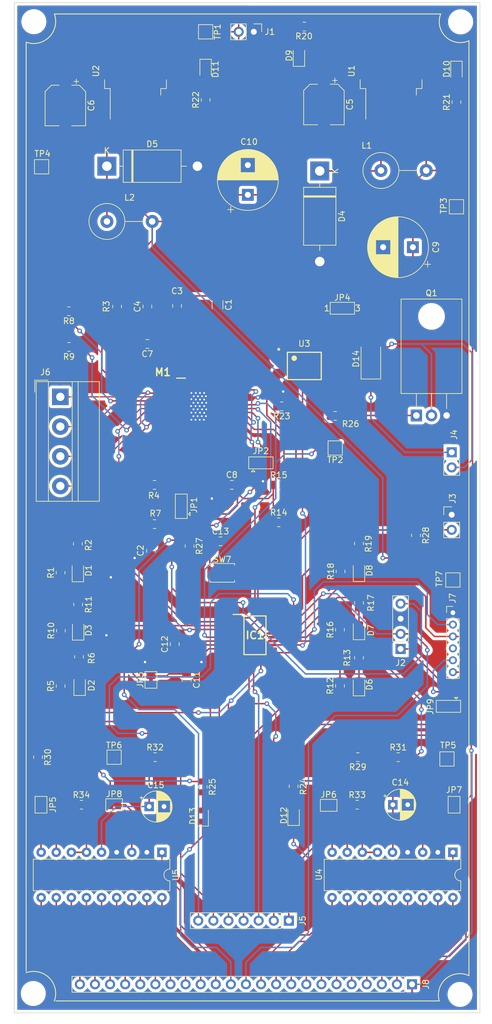
<source format=kicad_pcb>
(kicad_pcb (version 20211014) (generator pcbnew)
  (title_block (title "Steriflo Main Board (Glitz)") (date "18 Sept 2022") (rev "V1.0") (company "Udyamlabs LLP"))
  (layers (0 "F.Cu" signal) (31 "B.Cu" signal) (34 "B.Paste" user) (35 "F.Paste" user) (36 "B.SilkS" user "B.Silkscreen") (37 "F.SilkS" user "F.Silkscreen") (38 "B.Mask" user) (39 "F.Mask" user) (44 "Edge.Cuts" user))
  (net 0 "")
  (net 1 "GND")
  (net 2 "+24V")
  (net 3 "/VCAP")
  (net 4 "+12V")
  (net 5 "+5V")
  (net 6 "/NRST")
  (net 7 "Net-(C4-Pad1)")
  (net 8 "Net-(C7-Pad1)")
  (net 9 "Net-(D1-Pad2)")
  (net 10 "Net-(D2-Pad2)")
  (net 11 "Net-(D3-Pad2)")
  (net 12 "Net-(C7-Pad2)")
  (net 13 "Net-(D5-Pad1)")
  (net 14 "/3V3")
  (net 15 "Net-(D7-Pad2)")
  (net 16 "Net-(D8-Pad2)")
  (net 17 "Net-(D9-Pad2)")
  (net 18 "Net-(D10-Pad2)")
  (net 19 "Net-(D11-Pad2)")
  (net 20 "/SWIM_VLED")
  (net 21 "Net-(D12-Pad2)")
  (net 22 "/PLED")
  (net 23 "Net-(D13-Pad2)")
  (net 24 "/Solenoid_Supply")
  (net 25 "Net-(D14-Pad2)")
  (net 26 "/PEN")
  (net 27 "/PSINC")
  (net 28 "/PSDEC")
  (net 29 "/ISC")
  (net 30 "/SV")
  (net 31 "/VSW")
  (net 32 "/PSW")
  (net 33 "/VSPEED")
  (net 34 "/VLBAR")
  (net 35 "/VEN")
  (net 36 "/VSDEC")
  (net 37 "/VSINC")
  (net 38 "/PSPEED")
  (net 39 "/PLBAR")
  (net 40 "Net-(C11-Pad1)")
  (net 41 "Net-(C14-Pad1)")
  (net 42 "Net-(C15-Pad1)")
  (net 43 "Net-(D4-Pad1)")
  (net 44 "Net-(D6-Pad2)")
  (net 45 "/A+")
  (net 46 "Net-(R26-Pad2)")
  (net 47 "/A-")
  (net 48 "Net-(J8-Pad2)")
  (net 49 "Net-(J8-Pad3)")
  (net 50 "Net-(J8-Pad4)")
  (net 51 "Net-(J8-Pad5)")
  (net 52 "Net-(J8-Pad6)")
  (net 53 "Net-(J8-Pad7)")
  (net 54 "Net-(J8-Pad8)")
  (net 55 "Net-(J8-Pad9)")
  (net 56 "Net-(J8-Pad10)")
  (net 57 "Net-(J8-Pad11)")
  (net 58 "/B+")
  (net 59 "Net-(JP5-Pad2)")
  (net 60 "Net-(JP6-Pad2)")
  (net 61 "Net-(JP7-Pad2)")
  (net 62 "/B-")
  (net 64 "Net-(J7-Pad5)")
  (net 65 "Net-(JP1-Pad2)")
  (net 66 "Net-(JP2-Pad2)")
  (net 67 "Net-(JP8-Pad2)")
  (net 68 "Net-(M1-Pad6)")
  (net 69 "Net-(M1-Pad9)")
  (net 70 "Net-(M1-Pad18)")
  (net 72 "Net-(M1-Pad27)")
  (net 73 "Net-(Q1-Pad1)")
  (net 74 "Net-(R23-Pad2)")
  (net 75 "Net-(R29-Pad2)")
  (net 76 "Net-(R30-Pad2)")
  (net 77 "Net-(R33-Pad2)")
  (net 78 "Net-(R34-Pad2)")
  (net 79 "Net-(J8-Pad14)")
  (net 80 "Net-(J8-Pad23)")
  (net 81 "Net-(J8-Pad22)")
  (net 82 "Net-(J8-Pad21)")
  (net 83 "Net-(J8-Pad20)")
  (net 84 "Net-(J8-Pad19)")
  (net 85 "Net-(J8-Pad18)")
  (net 86 "Net-(J8-Pad17)")
  (net 87 "Net-(J8-Pad16)")
  (net 88 "Net-(J8-Pad15)")
  (footprint "Capacitor_SMD:C_0805_2012Metric" (layer "F.Cu") (at 107.4 75.3 180)
    (fp_text reference "C7")
    (fp_text value "0.01uF")
  )
  (footprint "Resistor_SMD:R_0805_2012Metric" (layer "F.Cu") (at 129.5 105.3)
    (fp_text reference "R14")
    (fp_text value "10K")
  )
  (footprint "Resistor_SMD:R_0805_2012Metric" (layer "F.Cu") (at 117.2 34.25 90)
    (fp_text reference "R22")
    (fp_text value "220")
  )
  (footprint "Resistor_SMD:R_0805_2012Metric" (layer "F.Cu") (at 159.4 34.625 90)
    (fp_text reference "R21")
    (fp_text value "560")
  )
  (footprint "Capacitor_SMD:CP_Elec_6.3x7.7" (layer "F.Cu") (at 137.1 35.025 -90)
    (fp_text reference "C5")
    (fp_text value "100uF")
  )
  (footprint "Capacitor_THT:CP_Radial_D5.0mm_P2.50mm" (layer "F.Cu") (at 107.694888 153.1)
    (fp_text reference "C15")
    (fp_text value "22uF")
  )
  (footprint "LED_SMD:LED_0805_2012Metric" (layer "F.Cu") (at 143 113.5625 90)
    (fp_text reference "D8")
    (fp_text value "LED")
  )
  (footprint "Resistor_SMD:R_0805_2012Metric" (layer "F.Cu") (at 94.1875 69.8 180)
    (fp_text reference "R8")
    (fp_text value "200m")
  )
  (footprint "Jumper:SolderJumper-2_P1.3mm_Bridged_Pad1.0x1.5mm" (layer "F.Cu") (at 108 131.8 90)
    (fp_text reference "JP3")
    (fp_text value "Isolator")
  )
  (footprint "Inductor_THT:L_Axial_L14.5mm_D5.8mm_P7.62mm_Vertical_Fastron_HBCC" (layer "F.Cu") (at 146.69 46.125)
    (fp_text reference "L1")
    (fp_text value "100uH")
  )
  (footprint "LED_SMD:LED_0805_2012Metric" (layer "F.Cu") (at 95.75 123.425 90)
    (fp_text reference "D3")
    (fp_text value "LED")
  )
  (footprint "TestPoint:TestPoint_Pad_2.0x2.0mm" (layer "F.Cu") (at 157.8 145.1 -90)
    (fp_text reference "TP5")
    (fp_text value "DRIVER2")
  )
  (footprint "Resistor_SMD:R_0805_2012Metric" (layer "F.Cu") (at 139 87.4 180)
    (fp_text reference "R26")
    (fp_text value "1K")
  )
  (footprint "Connector_PinHeader_2.54mm:PinHeader_1x23_P2.54mm_Vertical" (layer "F.Cu") (at 151.925 183 -90)
    (fp_text reference "J8")
    (fp_text value "LED Panel")
  )
  (footprint "Connector_PinHeader_2.54mm:PinHeader_1x02_P2.54mm_Vertical" (layer "F.Cu") (at 125.3 22.8 -90)
    (fp_text reference "J1")
    (fp_text value "24VDC")
  )
  (footprint "MountingHole:MountingHole_3.2mm_M3_ISO7380" (layer "F.Cu") (at 160 184.7)
    (fp_text reference "H2" hide)
    (fp_text value "MountingHole")
  )
  (footprint "Resistor_SMD:R_0805_2012Metric" (layer "F.Cu") (at 108.6 105.6 180)
    (fp_text reference "R7")
    (fp_text value "50K")
  )
  (footprint "Resistor_SMD:R_0805_2012Metric" (layer "F.Cu") (at 95.9 127.925 90)
    (fp_text reference "R6")
    (fp_text value "220")
  )
  (footprint "Capacitor_THT:CP_Radial_D5.0mm_P2.50mm" (layer "F.Cu") (at 148.7 152.8)
    (fp_text reference "C14")
    (fp_text value "22uF")
  )
  (footprint "TestPoint:TestPoint_Pad_2.0x2.0mm" (layer "F.Cu") (at 159.4 52.225 -90)
    (fp_text reference "TP3")
    (fp_text value "12V")
  )
  (footprint "LED_SMD:LED_0805_2012Metric" (layer "F.Cu") (at 96 132.7375 90)
    (fp_text reference "D2")
    (fp_text value "LED")
  )
  (footprint "Resistor_SMD:R_0805_2012Metric" (layer "F.Cu") (at 142.8 144.8 180)
    (fp_text reference "R29")
    (fp_text value "3.3K")
  )
  (footprint "Jumper:SolderJumper-3_P1.3mm_Open_Pad1.0x1.5mm" (layer "F.Cu") (at 126.5 95.3)
    (fp_text reference "JP2")
    (fp_text value "Motor Direction " hide)
  )
  (footprint "Resistor_SMD:R_0805_2012Metric" (layer "F.Cu") (at 114.5 109.3 -90)
    (fp_text reference "R27")
    (fp_text value "10K")
  )
  (footprint "STM8S103F3P6:SOP65P640X120-20N" (layer "F.Cu") (at 125.5 124.3)
    (fp_text reference "IC1")
    (fp_text value "STM8S103F3P6" hide)
  )
  (footprint "LED_SMD:LED_0805_2012Metric" (layer "F.Cu") (at 95.7 113.6125 90)
    (fp_text reference "D1")
    (fp_text value "LED")
  )
  (footprint "Package_TO_SOT_THT:TO-220-3_Horizontal_TabDown" (layer "F.Cu") (at 152.66 87.33)
    (fp_text reference "Q1")
    (fp_text value "TIP122")
  )
  (footprint "Jumper:SolderJumper-2_P1.3mm_Bridged_Pad1.0x1.5mm" (layer "F.Cu") (at 159 152.8 -90)
    (fp_text reference "JP7")
    (fp_text value "Isolator")
  )
  (footprint "Resistor_SMD:R_0805_2012Metric" (layer "F.Cu") (at 133.8 21.925)
    (fp_text reference "R20")
    (fp_text value "1.1K")
  )
  (footprint "Connector_PinHeader_2.54mm:PinHeader_1x07_P2.54mm_Vertical" (layer "F.Cu") (at 131.2 172.3 -90)
    (fp_text reference "J5")
    (fp_text value "Switch Panel")
  )
  (footprint "Capacitor_THT:CP_Radial_D10.0mm_P5.00mm" (layer "F.Cu") (at 124.3 50.217677 90)
    (fp_text reference "C10")
    (fp_text value "1000uF")
  )
  (footprint "MountingHole:MountingHole_3.2mm_M3_ISO7380" (layer "F.Cu") (at 88.2 184.55)
    (fp_text reference "H4" hide)
    (fp_text value "MountingHole")
  )
  (footprint "Connector_PinHeader_2.00mm:PinHeader_1x06_P2.00mm_Vertical" (layer "F.Cu") (at 158.8 120.5)
    (fp_text reference "J7")
    (fp_text value "Vaccum Pump Control" hide)
  )
  (footprint "Resistor_SMD:R_0805_2012Metric" (layer "F.Cu") (at 132 149.7 -90)
    (fp_text reference "R24")
    (fp_text value "220")
  )
  (footprint "DRV8825:SOP65P640X120-29N" (layer "F.Cu") (at 116 85.85)
    (fp_text reference "M1")
    (fp_text value "DRV8825PWP" hide)
  )
  (footprint "Jumper:SolderJumper-2_P1.3mm_Bridged_Pad1.0x1.5mm" (layer "F.Cu") (at 89.5 152.8 -90)
    (fp_text reference "JP5")
    (fp_text value "Driver Mode")
  )
  (footprint "Package_DIP:DIP-18_W7.62mm" (layer "F.Cu") (at 158.8 160.8 -90)
    (fp_text reference "U4")
    (fp_text value "LM3914N")
  )
  (footprint "TestPoint:TestPoint_Pad_2.0x2.0mm" (layer "F.Cu") (at 101.8 144.8)
    (fp_text reference "TP6")
    (fp_text value "DRIVER2")
  )
  (footprint "Jumper:SolderJumper-3_P1.3mm_Open_Pad1.0x1.5mm" (layer "F.Cu") (at 113.1 102.6 90)
    (fp_text reference "JP1")
    (fp_text value "VREF")
  )
  (footprint "TestPoint:TestPoint_Pad_2.0x2.0mm" (layer "F.Cu") (at 139 92.8 180)
    (fp_text reference "TP2")
    (fp_text value "M1")
  )
  (footprint "Resistor_SMD:R_0805_2012Metric" (layer "F.Cu") (at 139.8 123.3625 90)
    (fp_text reference "R16")
    (fp_text value "10K")
  )
  (footprint "TestPoint:TestPoint_Pad_2.0x2.0mm" (layer "F.Cu") (at 89.6 45.5 90)
    (fp_text reference "TP4")
    (fp_text value "5V")
  )
  (footprint "TestPoint:TestPoint_Pad_2.0x2.0mm" (layer "F.Cu") (at 158.8 115 -90)
    (fp_text reference "TP7")
    (fp_text value "M2")
  )
  (footprint "Capacitor_SMD:C_1206_3216Metric" (layer "F.Cu") (at 119.2 68.7 -90)
    (fp_text reference "C1")
    (fp_text value "100uF")
  )
  (footprint "Capacitor_SMD:C_0805_2012Metric" (layer "F.Cu") (at 112 125.8 90)
    (fp_text reference "C12")
    (fp_text value "1uF")
  )
  (footprint "Resistor_SMD:R_0805_2012Metric" (layer "F.Cu") (at 89 144.8 -90)
    (fp_text reference "R30")
    (fp_text value "3.3K")
  )
  (footprint "LED_SMD:LED_0805_2012Metric" (layer "F.Cu") (at 132.9 26.925 90)
    (fp_text reference "D9")
    (fp_text value "LED")
  )
  (footprint "MountingHole:MountingHole_3.2mm_M3_ISO7380" (layer "F.Cu") (at 88.3 21.1)
    (fp_text reference "H3" hide)
    (fp_text value "MountingHole")
  )
  (footprint "LED_SMD:LED_0805_2012Metric" (layer "F.Cu") (at 143 123.3625 90)
    (fp_text reference "D7")
    (fp_text value "LED")
  )
  (footprint "Connector_PinHeader_2.54mm:PinHeader_1x02_P2.54mm_Vertical" (layer "F.Cu") (at 158.6 104.025)
    (fp_text reference "J3")
    (fp_text value "ISC")
  )
  (footprint "Connector_PinHeader_2.54mm:PinHeader_1x04_P2.54mm_Vertical" (layer "F.Cu") (at 150 126.6 180)
    (fp_text reference "J2")
    (fp_text value "Programming Connector")
  )
  (footprint "Resistor_SMD:R_0805_2012Metric" (layer "F.Cu") (at 108.6 99 180)
    (fp_text reference "R4")
    (fp_text value "30K")
  )
  (footprint "Capacitor_SMD:C_0805_2012Metric" (layer "F.Cu") (at 119.7 108.5)
    (fp_text reference "C13")
    (fp_text value "0.1uF")
  )
  (footprint "Capacitor_SMD:C_0805_2012Metric" (layer "F.Cu") (at 112.4 68.9 90)
    (fp_text reference "C3")
    (fp_text value "0.1uF")
  )
  (footprint "Resistor_SMD:R_0805_2012Metric" (layer "F.Cu") (at 143 108.8625 90)
    (fp_text reference "R19")
    (fp_text value "220")
  )
  (footprint "Package_TO_SOT_SMD:TO-263-5_TabPin3" (layer "F.Cu") (at 148.4 29.4 90)
    (fp_text reference "U1")
    (fp_text value "LM2576T-12")
  )
  (footprint "LED_SMD:LED_0805_2012Metric" (layer "F.Cu") (at 143 132.8 90)
    (fp_text reference "D6")
    (fp_text value "LED")
  )
  (footprint "MountingHole:MountingHole_3.2mm_M3_ISO7380" (layer "F.Cu") (at 160.1 21.125)
    (fp_text reference "H1" hide)
    (fp_text value "MountingHole")
  )
  (footprint "Capacitor_SMD:CP_Elec_6.3x7.7" (layer "F.Cu") (at 93.6 35.194888 -90)
    (fp_text reference "C6")
    (fp_text value "100uF")
  )
  (footprint "Capacitor_SMD:C_0805_2012Metric" (layer "F.Cu") (at 107.4 69 90)
    (fp_text reference "C4")
    (fp_text value "0.1uF")
  )
  (footprint "Resistor_SMD:R_0805_2012Metric" (layer "F.Cu") (at 94.2 75.8 180)
    (fp_text reference "R9")
    (fp_text value "200m")
  )
  (footprint "TerminalBlock_MetzConnect:TerminalBlock_MetzConnect_Type011_RT05504HBWC_1x04_P5.00mm_Horizontal" (layer "F.Cu") (at 92.75 84.2 -90)
    (fp_text reference "J6")
    (fp_text value "Peristaltic Motor Connection")
  )
  (footprint "Package_TO_SOT_SMD:TO-263-5_TabPin3" (layer "F.Cu") (at 105.4 29.4 90)
    (fp_text reference "U2")
    (fp_text value "LM2569HVS-5.0")
  )
  (footprint "Resistor_SMD:R_0805_2012Metric" (layer "F.Cu") (at 142.705112 152.8)
    (fp_text reference "R33")
    (fp_text value "2.2K")
  )
  (footprint "Diode_THT:D_DO-201AD_P15.24mm_Horizontal" (layer "F.Cu") (at 136.4 46.205 -90)
    (fp_text reference "D4")
    (fp_text value "1N5822")
  )
  (footprint "LED_SMD:LED_0805_2012Metric" (layer "F.Cu") (at 117.2 29.1 -90)
    (fp_text reference "D11")
    (fp_text value "LED")
  )
  (footprint "Resistor_SMD:R_0805_2012Metric" (layer "F.Cu") (at 95.7 108.925 90)
    (fp_text reference "R2")
    (fp_text value "220")
  )
  (footprint "Inductor_THT:L_Axial_L14.5mm_D5.8mm_P7.62mm_Vertical_Fastron_HBCC" (layer "F.Cu") (at 100.59 54.7)
    (fp_text reference "L2")
    (fp_text value "100uH")
  )
  (footprint "Button_Switch_SMD:SW_Push_SPST_NO_Alps_SKRK" (layer "F.Cu") (at 120 113.8)
    (fp_text reference "SW7")
    (fp_text value "SW_SPST")
  )
  (footprint "Jumper:SolderJumper-2_P1.3mm_Bridged_Pad1.0x1.5mm" (layer "F.Cu") (at 101.8 152.8)
    (fp_text reference "JP8")
    (fp_text value "Isolator")
  )
  (footprint "LED_SMD:LED_0805_2012Metric" (layer "F.Cu") (at 159.4 29.425 -90)
    (fp_text reference "D10")
    (fp_text value "LED")
  )
  (footprint "Jumper:SolderJumper-2_P1.3mm_Bridged_Pad1.0x1.5mm" (layer "F.Cu") (at 137.9 152.9)
    (fp_text reference "JP6")
    (fp_text value "Driver Mode")
  )
  (footprint "Resistor_SMD:R_0805_2012Metric" (layer "F.Cu") (at 108.7 144.8)
    (fp_text reference "R32")
    (fp_text value "520")
  )
  (footprint "Resistor_SMD:R_0805_2012Metric" (layer "F.Cu") (at 130 85.8 180)
    (fp_text reference "R23")
    (fp_text value "220")
  )
  (footprint "Resistor_SMD:R_0805_2012Metric" (layer "F.Cu") (at 96.3 152.8)
    (fp_text reference "R34")
    (fp_text value "2.2K")
  )
  (footprint "Capacitor_THT:CP_Radial_D10.0mm_P5.00mm" (layer "F.Cu") (at 152.067677 59.025 180)
    (fp_text reference "C9")
    (fp_text value "1000uF")
  )
  (footprint "Resistor_SMD:R_0805_2012Metric" (layer "F.Cu") (at 102.3 69 -90)
    (fp_text reference "R3")
    (fp_text value "1M")
  )
  (footprint "Resistor_SMD:R_0805_2012Metric" (layer "F.Cu") (at 92.8 113.775 90)
    (fp_text reference "R1")
    (fp_text value "10K")
  )
  (footprint "Resistor_SMD:R_0805_2012Metric" (layer "F.Cu") (at 143 118.8625 90)
    (fp_text reference "R17")
    (fp_text value "220")
  )
  (footprint "Diode_THT:D_DO-201AD_P15.24mm_Horizontal" (layer "F.Cu") (at 100.58 45.4)
    (fp_text reference "D5")
    (fp_text value "1N5822")
  )
  (footprint "Jumper:SolderJumper-3_P1.3mm_Bridged12_Pad1.0x1.5mm_NumberLabels" (layer "F.Cu") (at 140.2 69.3)
    (fp_text reference "JP4")
    (fp_text value "Solenoid Valve")
  )
  (footprint "Resistor_SMD:R_0805_2012Metric" (layer "F.Cu") (at 116.7 149.8 -90)
    (fp_text reference "R25")
    (fp_text value "220")
  )
  (footprint "Diode_SMD:D_SMA" (layer "F.Cu") (at 145 77.8 90)
    (fp_text reference "D14")
    (fp_text value "1N4002")
  )
  (footprint "PC817 SMD:SOT254P975X400-4N" (layer "F.Cu") (at 133.8 79)
    (fp_text reference "U3")
    (fp_text value "PC817")
  )
  (footprint "Resistor_SMD:R_0805_2012Metric" (layer "F.Cu") (at 95.75 119.125 90)
    (fp_text reference "R11")
    (fp_text value "220")
  )
  (footprint "Jumper:SolderJumper-3_P1.3mm_Open_Pad1.0x1.5mm" (layer "F.Cu") (at 158.05 136.25 180)
    (fp_text reference "JP9")
    (fp_text value "Motor Direction " hide)
  )
  (footprint "Capacitor_SMD:C_0805_2012Metric" (layer "F.Cu") (at 121.6 99)
    (fp_text reference "C8")
    (fp_text value "0.47uF")
  )
  (footprint "LED_SMD:LED_0805_2012Metric" (layer "F.Cu") (at 116.7 154.7 90)
    (fp_text reference "D13")
    (fp_text value "LED")
  )
  (footprint "Capacitor_SMD:C_0805_2012Metric" (layer "F.Cu") (at 114 131.8 -90)
    (fp_text reference "C11")
    (fp_text value "0.1uF")
  )
  (footprint "Resistor_SMD:R_0805_2012Metric" (layer "F.Cu") (at 139.9 113.5625 90)
    (fp_text reference "R18")
    (fp_text value "10K")
  )
  (footprint "Resistor_SMD:R_0805_2012Metric" (layer "F.Cu") (at 139.8 132.8 90)
    (fp_text reference "R12")
    (fp_text value "10K")
  )
  (footprint "Connector_PinHeader_2.54mm:PinHeader_1x02_P2.54mm_Vertical" (layer "F.Cu") (at 158.6 93.525)
    (fp_text reference "J4")
    (fp_text value "Solenoid Valve")
  )
  (footprint "Resistor_SMD:R_0805_2012Metric" (layer "F.Cu") (at 92.8 132.8375 90)
    (fp_text reference "R5")
    (fp_text value "10K")
  )
  (footprint "LED_SMD:LED_0805_2012Metric" (layer "F.Cu") (at 132 154.6 90)
    (fp_text reference "D12")
    (fp_text value "LED")
  )
  (footprint "Capacitor_SMD:C_0805_2012Metric" (layer "F.Cu") (at 108 110.1 90)
    (fp_text reference "C2")
    (fp_text value "0.1uF")
  )
  (footprint "Resistor_SMD:R_0805_2012Metric" (layer "F.Cu") (at 129.5 99)
    (fp_text reference "R15")
    (fp_text value "10K")
  )
  (footprint "TestPoint:TestPoint_Pad_2.0x2.0mm" (layer "F.Cu") (at 117.2 22.8 -90)
    (fp_text reference "TP1")
    (fp_text value "24V")
  )
  (footprint "Resistor_SMD:R_0805_2012Metric" (layer "F.Cu") (at 92.85 123.525 90)
    (fp_text reference "R10")
    (fp_text value "10K")
  )
  (footprint "Package_DIP:DIP-18_W7.62mm" (layer "F.Cu") (at 109.85 160.8 -90)
    (fp_text reference "U5")
    (fp_text value "LM3914N")
  )
  (footprint "Resistor_SMD:R_0805_2012Metric" (layer "F.Cu") (at 143 128.0875 90)
    (fp_text reference "R13")
    (fp_text value "220")
  )
  (footprint "Resistor_SMD:R_0805_2012Metric" (layer "F.Cu") (at 152.6 107.5 -90)
    (fp_text reference "R28")
    (fp_text value "10K")
  )
  (footprint "Resistor_SMD:R_0805_2012Metric" (layer "F.Cu") (at 149.605112 144.8)
    (fp_text reference "R31")
    (fp_text value "520")
  )
  (gr_line (start 87 24.55) (end 87 180.8) (layer "F.SilkS") (width 0.15))
  (gr_arc (start 91.75 19.8) (mid 90.877971 23.677971) (end 87 24.55) (layer "F.SilkS") (width 0.15))
  (gr_line (start 161.5 181.55) (end 161.5 24.3) (layer "F.SilkS") (width 0.15))
  (gr_line (start 156.5 185.8) (end 92 185.8) (layer "F.SilkS") (width 0.15))
  (gr_arc (start 87 181.05) (mid 90.877975 181.922025) (end 91.75 185.8) (layer "F.SilkS") (width 0.15))
  (gr_line (start 156.75 19.8) (end 91.75 19.8) (layer "F.SilkS") (width 0.15))
  (gr_arc (start 156.500001 185.8) (mid 157.631034 182.064451) (end 161.5 181.55) (layer "F.SilkS") (width 0.15))
  (gr_arc (start 161.5 24.3) (mid 157.609359 23.649843) (end 156.75 19.8) (layer "F.SilkS") (width 0.15))
  (gr_rect (start 85 17.88) (end 163.35 187.8) (layer "Edge.Cuts") (width 0.1) (fill none))
  (gr_text "GLITZ\n" (at 90.25 54.55 90) (layer "F.Cu") (effects (font (size 1.5 1.5) (thickness 0.3))))
  (segment (start 108.8 29.425) (end 105.4 26.025) (width 0.25) (layer "F.Cu") (net 1))
  (segment (start 95.8125 124.3) (end 95.75 124.3625) (width 0.25) (layer "F.Cu") (net 1))
  (segment (start 157.74 81.56) (end 157.75 81.55) (width 0.25) (layer "F.Cu") (net 1))
  (segment (start 125.3 21.3) (end 125.3 22.8) (width 0.25) (layer "F.Cu") (net 1))
  (segment (start 118.938 83.575) (end 118.275 83.575) (width 0.25) (layer "F.Cu") (net 1))
  (segment (start 110.725 90.075) (end 113.062 90.075) (width 0.25) (layer "F.Cu") (net 1))
  (segment (start 142.975 124.275) (end 143 124.3) (width 0.25) (layer "F.Cu") (net 1))
  (segment (start 145.8 19.5) (end 127.1 19.5) (width 0.25) (layer "F.Cu") (net 1))
  (segment (start 122.1 111.9) (end 122.1 113.8) (width 0.25) (layer "F.Cu") (net 1))
  (segment (start 109.5125 99) (end 109.5125 95.2875) (width 0.25) (layer "F.Cu") (net 1))
  (segment (start 148.4 22.1) (end 145.8 19.5) (width 0.25) (layer "F.Cu") (net 1))
  (segment (start 120.7 99.05) (end 120.65 99) (width 0.25) (layer "F.Cu") (net 1))
  (segment (start 112.3 45.4) (end 115.82 45.4) (width 0.25) (layer "F.Cu") (net 1))
  (segment (start 116 85.85) (end 117.625 84.225) (width 0.25) (layer "F.Cu") (net 1))
  (segment (start 108.8 35.175) (end 108.8 41.9) (width 0.25) (layer "F.Cu") (net 1))
  (segment (start 127.8 95.3) (end 127.8 97.45) (width 0.25) (layer "F.Cu") (net 1))
  (segment (start 116.55 132.75) (end 116.75 132.55) (width 0.25) (layer "F.Cu") (net 1))
  (segment (start 120.65 108.5) (end 120.65 110.45) (width 0.25) (layer "F.Cu") (net 1))
  (segment (start 103 163.5) (end 106.4 163.5) (width 0.25) (layer "F.Cu") (net 1))
  (segment (start 159.4 28.4875) (end 156.9375 26.025) (width 0.25) (layer "F.Cu") (net 1))
  (segment (start 114.0495 90.075) (end 116 88.1245) (width 0.25) (layer "F.Cu") (net 1))
  (segment (start 106.4 163.5) (end 107.31 162.59) (width 0.25) (layer "F.Cu") (net 1))
  (segment (start 109.5125 91.2875) (end 110.725 90.075) (width 0.25) (layer "F.Cu") (net 1))
  (segment (start 114 132.75) (end 116.55 132.75) (width 0.25) (layer "F.Cu") (net 1))
  (segment (start 113.1 101.3) (end 118.25 101.3) (width 0.25) (layer "F.Cu") (net 1))
  (segment (start 156.26 162.64) (end 156.26 160.8) (width 0.25) (layer "F.Cu") (net 1))
  (segment (start 118.25 101.3) (end 120.1 101.3) (width 0.25) (layer "F.Cu") (net 1))
  (segment (start 120.1 101.3) (end 120.7 100.7) (width 0.25) (layer "F.Cu") (net 1))
  (segment (start 151.18 160.8) (end 151.18 162.88) (width 0.25) (layer "F.Cu") (net 1))
  (segment (start 148.4 26.025) (end 148.4 22.1) (width 0.25) (layer "F.Cu") (net 1))
  (segment (start 136.4 61.445) (end 140.355 61.445) (width 0.25) (layer "F.Cu") (net 1))
  (segment (start 102.23 160.8) (end 102.23 162.73) (width 0.25) (layer "F.Cu") (net 1))
  (segment (start 156.9375 26.025) (end 148.4 26.025) (width 0.25) (layer "F.Cu") (net 1))
  (segment (start 112.05 124.8) (end 112 124.85) (width 0.25) (layer "F.Cu") (net 1))
  (segment (start 118.938 81.625) (end 118.938 76.038) (width 0.25) (layer "F.Cu") (net 1))
  (segment (start 155 163.9) (end 156.26 162.64) (width 0.25) (layer "F.Cu") (net 1))
  (segment (start 151.8 29.425) (end 148.4 26.025) (width 0.25) (layer "F.Cu") (net 1))
  (segment (start 132.9 27.8625) (end 136.9375 27.8625) (width 0.25) (layer "F.Cu") (net 1))
  (segment (start 151.8 35.175) (end 151.8 29.425) (width 0.25) (layer "F.Cu") (net 1))
  (segment (start 107.31 160.8) (end 107.31 158.49) (width 0.25) (layer "F.Cu") (net 1))
  (segment (start 107.31 158.49) (end 110.194888 155.605112) (width 0.25) (layer "F.Cu") (net 1))
  (segment (start 119.075 70.3) (end 119.2 70.175) (width 0.25) (layer "F.Cu") (net 1))
  (segment (start 93.2875 75.8) (end 93.2875 69.8125) (width 0.25) (layer "F.Cu") (net 1))
  (segment (start 157.74 87.33) (end 157.74 81.56) (width 0.25) (layer "F.Cu") (net 1))
  (segment (start 136.9375 27.8625) (end 138.775 26.025) (width 0.25) (layer "F.Cu") (net 1))
  (segment (start 116 83.5755) (end 116 85.85) (width 0.25) (layer "F.Cu") (net 1))
  (segment (start 151.18 162.88) (end 152.2 163.9) (width 0.25) (layer "F.Cu") (net 1))
  (segment (start 138.775 26.025) (end 148.4 26.025) (width 0.25) (layer "F.Cu") (net 1))
  (segment (start 126 84.3) (end 125.925 84.225) (width 0.25) (layer "F.Cu") (net 1))
  (segment (start 116 88.1245) (end 116 85.85) (width 0.25) (layer "F.Cu") (net 1))
  (segment (start 125.925 84.225) (end 118.938 84.225) (width 0.25) (layer "F.Cu") (net 1))
  (segment (start 117.625 84.225) (end 118.938 84.225) (width 0.25) (layer "F.Cu") (net 1))
  (segment (start 130.9125 83.9625) (end 130.9125 85.8) (width 0.25) (layer "F.Cu") (net 1))
  (segment (start 139.8 133.7125) (end 142.975 133.7125) (width 0.25) (layer "F.Cu") (net 1))
  (segment (start 112.4 69.85) (end 115.15 69.85) (width 0.25) (layer "F.Cu") (net 1))
  (segment (start 116.75 132.55) (end 117.75 131.55) (width 0.25) (layer "F.Cu") (net 1))
  (segment (start 109.5125 95.2875) (end 109.5125 91.2875) (width 0.25) (layer "F.Cu") (net 1))
  (segment (start 108.8 35.175) (end 108.8 29.425) (width 0.25) (layer "F.Cu") (net 1))
  (segment (start 113.062 90.075) (end 114.0495 90.075) (width 0.25) (layer "F.Cu") (net 1))
  (segment (start 122.562 125.275) (end 114.975 125.275) (width 0.25) (layer "F.Cu") (net 1))
  (segment (start 130.25 83.3) (end 130.9125 83.9625) (width 0.25) (layer "F.Cu") (net 1))
  (segment (start 142.975 133.7125) (end 143 133.7375) (width 0.25) (layer "F.Cu") (net 1))
  (segment (start 114.5 124.8) (end 112.05 124.8) (width 0.25) (layer "F.Cu") (net 1))
  (segment (start 118.938 81.625) (end 117.9505 81.625) (width 0.25) (layer "F.Cu") (net 1))
  (segment (start 100.5 124.3) (end 95.8125 124.3) (width 0.25) (layer "F.Cu") (net 1))
  (segment (start 105.5 111.05) (end 105.25 111.3) (width 0.25) (layer "F.Cu") (net 1))
  (segment (start 152.2 163.9) (end 155 163.9) (width 0.25) (layer "F.Cu") (net 1))
  (segment (start 142.775 59.025) (end 147.067677 59.025) (width 0.25) (layer "F.Cu") (net 1))
  (segment (start 115.6 70.3) (end 119.075 70.3) (width 0.25) (layer "F.Cu") (net 1))
  (segment (start 109.5125 99) (end 109.5125 100.3125) (width 0.25) (layer "F.Cu") (net 1))
  (segment (start 124.117677 45.4) (end 124.3 45.217677) (width 0.25) (layer "F.Cu") (net 1))
  (segment (start 120.7 100.7) (end 120.7 99.05) (width 0.25) (layer "F.Cu") (net 1))
  (segment (start 109.5125 100.3125) (end 110.5 101.3) (width 0.25) (layer "F.Cu") (net 1))
  (segment (start 119.2 70.175) (end 119.2 75.776) (width 0.25) (layer "F.Cu") (net 1))
  (segment (start 93.2875 69.8125) (end 93.275 69.8) (width 0.25) (layer "F.Cu") (net 1))
  (segment (start 110.95 124.85) (end 107 128.8) (width 0.25) (layer "F.Cu") (net 1))
  (segment (start 110.194888 155.605112) (end 110.194888 153.1) (width 0.25) (layer "F.Cu") (net 1))
  (segment (start 108 111.05) (end 105.5 111.05) (width 0.25) (layer "F.Cu") (net 1))
  (segment (start 140.355 61.445) (end 142.775 59.025) (width 0.25) (layer "F.Cu") (net 1))
  (segment (start 117.9505 81.625) (end 116 83.5755) (width 0.25) (layer "F.Cu") (net 1))
  (segment (start 115.15 69.85) (end 115.6 70.3) (width 0.25) (layer "F.Cu") (net 1))
  (segment (start 117.75 131.55) (end 117.75 130.05) (width 0.25) (layer "F.Cu") (net 1))
  (segment (start 119.2 75.776) (end 118.938 76.038) (width 0.25) (layer "F.Cu") (net 1))
  (segment (start 139.8 124.275) (end 142.975 124.275) (width 0.25) (layer "F.Cu") (net 1))
  (segment (start 105.4 35.175) (end 105.4 26.025) (width 0.25) (layer "F.Cu") (net 1))
  (segment (start 110.5 101.3) (end 113.1 101.3) (width 0.25) (layer "F.Cu") (net 1))
  (segment (start 118.275 83.575) (end 116 85.85) (width 0.25) (layer "F.Cu") (net 1))
  (segment (start 117.75 130.05) (end 116.5 128.8) (width 0.25) (layer "F.Cu") (net 1))
  (segment (start 148.4 35.175) (end 148.4 26.025) (width 0.25) (layer "F.Cu") (net 1))
  (segment (start 120.65 110.45) (end 122.1 111.9) (width 0.25) (layer "F.Cu") (net 1))
  (segment (start 127.8 97.45) (end 126.85 98.4) (width 0.25) (layer "F.Cu") (net 1))
  (segment (start 112 124.85) (end 110.95 124.85) (width 0.25) (layer "F.Cu") (net 1))
  (segment (start 142.654334 114.475) (end 142.679334 114.5) (width 0.25) (layer "F.Cu") (net 1))
  (segment (start 114.975 125.275) (end 114.5 124.8) (width 0.25) (layer "F.Cu") (net 1))
  (segment (start 92.925 124.3625) (end 92.85 124.4375) (width 0.25) (layer "F.Cu") (net 1))
  (segment (start 95.75 124.3625) (end 92.925 124.3625) (width 0.25) (layer "F.Cu") (net 1))
  (segment (start 142.679334 114.5) (end 143 114.5) (width 0.25) (layer "F.Cu") (net 1))
  (segment (start 139.9 114.475) (end 142.654334 114.475) (width 0.25) (layer "F.Cu") (net 1))
  (segment (start 124.3 45.217677) (end 116.002323 45.217677) (width 0.25) (layer "F.Cu") (net 1))
  (segment (start 151.2 152.8) (end 151.2 160.78) (width 0.25) (layer "F.Cu") (net 1))
  (segment (start 101.25 114.55) (end 95.7 114.55) (width 0.25) (layer "F.Cu") (net 1))
  (segment (start 102.23 162.73) (end 103 163.5) (width 0.25) (layer "F.Cu") (net 1))
  (segment (start 108.8 41.9) (end 112.3 45.4) (width 0.25) (layer "F.Cu") (net 1))
  (segment (start 127.1 19.5) (end 125.3 21.3) (width 0.25) (layer "F.Cu") (net 1))
  (segment (start 151.2 160.78) (end 151.18 160.8) (width 0.25) (layer "F.Cu") (net 1))
  (segment (start 116.002323 45.217677) (end 115.82 45.4) (width 0.25) (layer "F.Cu") (net 1))
  (segment (start 109.5125 97.2875) (end 109.5125 95.2875) (width 0.25) (layer "F.Cu") (net 1))
  (segment (start 107.31 162.59) (end 107.31 160.8) (width 0.25) (layer "F.Cu") (net 1))
  (via (at 116.95 86.9) (size 0.6) (drill 0.3) (layers "F.Cu" "B.Cu") (net 1))
  (via (at 115.55 84.65) (size 0.6) (drill 0.3) (layers "F.Cu" "B.Cu") (net 1))
  (via (at 130.25 83.3) (size 0.8) (drill 0.4) (layers "F.Cu" "B.Cu") (net 1))
  (via (at 105.25 111.3) (size 0.8) (drill 0.4) (layers "F.Cu" "B.Cu") (net 1))
  (via (at 116.2 85.75) (size 0.6) (drill 0.3) (layers "F.Cu" "B.Cu") (net 1))
  (via (at 107 128.8) (size 0.8) (drill 0.4) (layers "F.Cu" "B.Cu") (net 1))
  (via (at 116.25 83.55) (size 0.6) (drill 0.3) (layers "F.Cu" "B.Cu") (net 1))
  (via (at 115.85 86.3) (size 0.6) (drill 0.3) (layers "F.Cu" "B.Cu") (net 1))
  (via (at 117.25 84.1) (size 0.6) (drill 0.3) (layers "F.Cu" "B.Cu") (net 1))
  (via (at 116.55 87.45) (size 0.6) (drill 0.3) (layers "F.Cu" "B.Cu") (net 1))
  (via (at 116.5 128.8) (size 0.8) (drill 0.4) (layers "F.Cu" "B.Cu") (net 1))
  (via (at 115.9 84.1) (size 0.6) (drill 0.3) (layers "F.Cu" "B.Cu") (net 1))
  (via (at 115.15 85.2) (size 0.6) (drill 0.3) (layers "F.Cu" "B.Cu") (net 1))
  (via (at 116.95 84.65) (size 0.6) (drill 0.3) (layers "F.Cu" "B.Cu") (net 1))
  (via (at 116.9 88.05) (size 0.6) (drill 0.3) (layers "F.Cu" "B.Cu") (net 1))
  (via (at 114.8 84.6) (size 0.6) (drill 0.3) (layers "F.Cu" "B.Cu") (net 1))
  (via (at 117.3 85.2) (size 0.6) (drill 0.3) (layers "F.Cu" "B.Cu") (net 1))
  (via (at 115.15 87.45) (size 0.6) (drill 0.3) (layers "F.Cu" "B.Cu") (net 1))
  (via (at 126.85 98.4) (size 0.8) (drill 0.4) (layers "F.Cu" "B.Cu") (net 1))
  (via (at 116.95 85.75) (size 0.6) (drill 0.3) (layers "F.Cu" "B.Cu") (net 1))
  (via (at 117.25 87.45) (size 0.6) (drill 0.3) (layers "F.Cu" "B.Cu") (net 1))
  (via (at 116.25 84.65) (size 0.6) (drill 0.3) (layers "F.Cu" "B.Cu") (net 1))
  (via (at 115.5 86.85) (size 0.6) (drill 0.3) (layers "F.Cu" "B.Cu") (net 1))
  (via (at 115.15 86.3) (size 0.6) (drill 0.3) (layers "F.Cu" "B.Cu") (net 1))
  (via (at 114.8 83.55) (size 0.6) (drill 0.3) (layers "F.Cu" "B.Cu") (net 1))
  (via (at 100.5 124.3) (size 0.8) (drill 0.4) (layers "F.Cu" "B.Cu") (net 1))
  (via (at 116.95 83.55) (size 0.6) (drill 0.3) (layers "F.Cu" "B.Cu") (net 1))
  (via (at 115.55 83.55) (size 0.6) (drill 0.3) (layers "F.Cu" "B.Cu") (net 1))
  (via (at 114.8 88.05) (size 0.6) (drill 0.3) (layers "F.Cu" "B.Cu") (net 1))
  (via (at 115.2 84.1) (size 0.6) (drill 0.3) (layers "F.Cu" "B.Cu") (net 1))
  (via (at 118.25 101.3) (size 0.8) (drill 0.4) (layers "F.Cu" "B.Cu") (net 1))
  (via (at 117.3 86.3) (size 0.6) (drill 0.3) (layers "F.Cu" "B.Cu") (net 1))
  (via (at 116.6 84.1) (size 0.6) (drill 0.3) (layers "F.Cu" "B.Cu") (net 1))
  (via (at 115.9 85.2) (size 0.6) (drill 0.3) (layers "F.Cu" "B.Cu") (net 1))
  (via (at 116.2 88.05) (size 0.6) (drill 0.3) (layers "F.Cu" "B.Cu") (net 1))
  (via (at 101.25 114.55) (size 0.8) (drill 0.4) (layers "F.Cu" "B.Cu") (net 1))
  (via (at 114.8 86.85) (size 0.6) (drill 0.3) (layers "F.Cu" "B.Cu") (net 1))
  (via (at 115.85 87.45) (size 0.6) (drill 0.3) (layers "F.Cu" "B.Cu") (net 1))
  (via (at 126 84.3) (size 0.8) (drill 0.4) (layers "F.Cu" "B.Cu") (net 1))
  (via (at 115.5 88.05) (size 0.6) (drill 0.3) (layers "F.Cu" "B.Cu") (net 1))
  (via (at 115.5 85.75) (size 0.6) (drill 0.3) (layers "F.Cu" "B.Cu") (net 1))
  (via (at 114.75 85.75) (size 0.6) (drill 0.3) (layers "F.Cu" "B.Cu") (net 1))
  (via (at 116.6 86.3) (size 0.6) (drill 0.3) (layers "F.Cu" "B.Cu") (net 1))
  (via (at 116.6 85.2) (size 0.6) (drill 0.3) (layers "F.Cu" "B.Cu") (net 1))
  (via (at 116.25 86.85) (size 0.6) (drill 0.3) (layers "F.Cu" "B.Cu") (net 1))
  (segment (start 118.35 97.4) (end 117.45 98.3) (width 0.25) (layer "B.Cu") (net 1))
  (segment (start 160.225 104.025) (end 162 105.8) (width 0.25) (layer "B.Cu") (net 1))
  (segment (start 117.45 100.5) (end 118.25 101.3) (width 0.25) (layer "B.Cu") (net 1))
  (segment (start 160.3 120.5) (end 158.8 120.5) (width 0.25) (layer "B.Cu") (net 1))
  (segment (start 105 128.8) (end 100.5 124.3) (width 0.25) (layer "B.Cu") (net 1))
  (segment (start 127 83.3) (end 130.25 83.3) (width 0.25) (layer "B.Cu") (net 1))
  (segment (start 162 118.8) (end 160.3 120.5) (width 0.25) (layer "B.Cu") (net 1))
  (segment (start 117.45 98.3) (end 117.45 100.5) (width 0.25) (layer "B.Cu") (net 1))
  (segment (start 105.25 111.3) (end 105 111.3) (width 0.25) (layer "B.Cu") (net 1))
  (segment (start 107 128.8) (end 105 128.8) (width 0.25) (layer "B.Cu") (net 1))
  (segment (start 105 111.3) (end 101.75 114.55) (width 0.25) (layer "B.Cu") (net 1))
  (segment (start 126 84.3) (end 127 83.3) (width 0.25) (layer "B.Cu") (net 1))
  (segment (start 162 105.8) (end 162 118.8) (width 0.25) (layer "B.Cu") (net 1))
  (segment (start 125.85 97.4) (end 118.35 97.4) (width 0.25) (layer "B.Cu") (net 1))
  (segment (start 126.85 98.4) (end 125.85 97.4) (width 0.25) (layer "B.Cu") (net 1))
  (segment (start 158.6 104.025) (end 160.225 104.025) (width 0.25) (layer "B.Cu") (net 1))
  (segment (start 116.5 128.8) (end 107 128.8) (width 0.25) (layer "B.Cu") (net 1))
  (segment (start 101.75 114.55) (end 101.25 114.55) (width 0.25) (layer "B.Cu") (net 1))
  (segment (start 131.5 67.4) (end 131.85 67.75) (width 0.25) (layer "F.Cu") (net 2))
  (segment (start 100.9625 68.0875) (end 99.75 69.3) (width 0.25) (layer "F.Cu") (net 2))
  (segment (start 94.9 19.5) (end 93.6 20.8) (width 0.25) (layer "F.Cu") (net 2))
  (segment (start 127.525 32.325) (end 122.76 27.56) (width 0.25) (layer "F.Cu") (net 2))
  (segment (start 162.1 28.5) (end 162.1 129) (width 0.25) (layer "F.Cu") (net 2))
  (segment (start 119.2 65.2) (end 120.3 64.1) (width 0.25) (layer "F.Cu") (net 2))
  (segment (start 105.3 91.25) (end 105.3 102.5) (width 0.25) (layer "F.Cu") (net 2))
  (segment (start 99.75 69.3) (end 99.75 79.55) (width 0.25) (layer "F.Cu") (net 2))
  (segment (start 93.6 20.8) (end 93.6 32.494888) (width 0.25) (layer "F.Cu") (net 2))
  (segment (start 102 35.175) (end 93.975 35.175) (width 0.25) (layer "F.Cu") (net 2))
  (segment (start 119.2 67.225) (end 119.2 65.2) (width 0.25) (layer "F.Cu") (net 2))
  (segment (start 138.9 69.3) (end 133.4 69.3) (width 0.25) (layer "F.Cu") (net 2))
  (segment (start 137.1 33.7) (end 138.575 35.175) (width 0.25) (layer "F.Cu") (net 2))
  (segment (start 137.1 32.325) (end 137.1 33.7) (width 0.25) (layer "F.Cu") (net 2))
  (segment (start 107.25 89.3) (end 105.3 91.25) (width 0.25) (layer "F.Cu") (net 2))
  (segment (start 105.3 106.25) (end 105.3 104.4) (width 0.25) (layer "F.Cu") (net 2))
  (segment (start 117.2 22.8) (end 122.76 22.8) (width 0.25) (layer "F.Cu") (net 2))
  (segment (start 130.1 64.1) (end 131.5 65.5) (width 0.25) (layer "F.Cu") (net 2))
  (segment (start 131.5 34.2) (end 131.5 65.5) (width 0.25) (layer "F.Cu") (net 2))
  (segment (start 100.9625 68.0875) (end 102.3 68.0875) (width 0.25) (layer "F.Cu") (net 2))
  (segment (start 108 109.15) (end 106.75 109.15) (width 0.25) (layer "F.Cu") (net 2))
  (segment (start 128.075 32.325) (end 129.625 32.325) (width 0.25) (layer "F.Cu") (net 2))
  (segment (start 121.5 19.5) (end 94.9 19.5) (width 0.25) (layer "F.Cu") (net 2))
  (segment (start 129.5 29.45) (end 132.375 32.325) (width 0.25) (layer "F.Cu") (net 2))
  (segment (start 102.3375 68.05) (end 107.4 68.05) (width 0.25) (layer "F.Cu") (net 2))
  (segment (start 107.4 68.05) (end 112.3 68.05) (width 0.25) (layer "F.Cu") (net 2))
  (segment (start 129.625 32.325) (end 131.5 34.2) (width 0.25) (layer "F.Cu") (net 2))
  (segment (start 160.6 130.5) (end 158.8 130.5) (width 0.25) (layer "F.Cu") (net 2))
  (segment (start 133.4 69.3) (end 131.85 67.75) (width 0.25) (layer "F.Cu") (net 2))
  (segment (start 122.76 27.56) (end 122.76 22.8) (width 0.25) (layer "F.Cu") (net 2))
  (segment (start 130.875 21.925) (end 129.5 23.3) (width 0.25) (layer "F.Cu") (net 2))
  (segment (start 113.125 67.225) (end 112.4 67.95) (width 0.25) (layer "F.Cu") (net 2))
  (segment (start 105.3 102.5) (end 105.3 104.4) (width 0.25) (layer "F.Cu") (net 2))
  (segment (start 132.8875 21.925) (end 130.875 21.925) (width 0.25) (layer "F.Cu") (net 2))
  (segment (start 105.3 107.7) (end 105.3 106.25) (width 0.25) (layer "F.Cu") (net 2))
  (segment (start 107.25 89.3) (end 108.425 88.125) (width 0.25) (layer "F.Cu") (net 2))
  (segment (start 93.975 35.175) (end 93.6 34.8) (width 0.25) (layer "F.Cu") (net 2))
  (segment (start 125.1 18.7) (end 152.3 18.7) (width 0.25) (layer "F.Cu") (net 2))
  (segment (start 120.3 64.1) (end 130.1 64.1) (width 0.25) (layer "F.Cu") (net 2))
  (segment (start 105.3 106.25) (end 105.3 102.5) (width 0.25) (layer "F.Cu") (net 2))
  (segment (start 131.5 65.5) (end 131.5 67.4) (width 0.25) (layer "F.Cu") (net 2))
  (segment (start 103.775 83.575) (end 113.062 83.575) (width 0.25) (layer "F.Cu") (net 2))
  (segment (start 138.575 35.175) (end 145 35.175) (width 0.25) (layer "F.Cu") (net 2))
  (segment (start 122.76 21.04) (end 125.1 18.7) (width 0.25) (layer "F.Cu") (net 2))
  (segment (start 99.75 79.55) (end 103.775 83.575) (width 0.25) (layer "F.Cu") (net 2))
  (segment (start 106.75 109.15) (end 105.3 107.7) (width 0.25) (layer "F.Cu") (net 2))
  (segment (start 137.1 32.325) (end 132.375 32.325) (width 0.25) (layer "F.Cu") (net 2))
  (segment (start 119.2 67.225) (end 113.125 67.225) (width 0.25) (layer "F.Cu") (net 2))
  (segment (start 132.375 32.325) (end 128.075 32.325) (width 0.25) (layer "F.Cu") (net 2))
  (segment (start 122.76 22.8) (end 122.76 21.04) (width 0.25) (layer "F.Cu") (net 2))
  (segment (start 129.5 23.3) (end 129.5 29.45) (width 0.25) (layer "F.Cu") (net 2))
  (segment (start 152.3 18.7) (end 162.1 28.5) (width 0.25) (layer "F.Cu") (net 2))
  (segment (start 122.76 20.76) (end 121.5 19.5) (width 0.25) (layer "F.Cu") (net 2))
  (segment (start 93.6 34.8) (end 93.6 32.494888) (width 0.25) (layer "F.Cu") (net 2))
  (segment (start 122.76 21.04) (end 122.76 20.76) (width 0.25) (layer "F.Cu") (net 2))
  (segment (start 162.1 129) (end 160.6 130.5) (width 0.25) (layer "F.Cu") (net 2))
  (segment (start 112.3 68.05) (end 112.4 67.95) (width 0.25) (layer "F.Cu") (net 2))
  (segment (start 128.075 32.325) (end 127.525 32.325) (width 0.25) (layer "F.Cu") (net 2))
  (segment (start 108.425 88.125) (end 113.062 88.125) (width 0.25) (layer "F.Cu") (net 2))
  (via (at 107.25 89.3) (size 0.8) (drill 0.4) (layers "F.Cu" "B.Cu") (net 2))
  (via (at 107.475 83.5005) (size 0.8) (drill 0.4) (layers "F.Cu" "B.Cu") (net 2))
  (segment (start 107.25 89.3) (end 106.25 88.3) (width 0.25) (layer "B.Cu") (net 2))
  (segment (start 106.25 88.3) (end 106.25 84.7255) (width 0.25) (layer "B.Cu") (net 2))
  (segment (start 106.25 84.7255) (end 107.475 83.5005) (width 0.25) (layer "B.Cu") (net 2))
  (segment (start 116 126.8) (end 112.05 126.8) (width 0.25) (layer "F.Cu") (net 3))
  (segment (start 112.05 126.8) (end 112 126.75) (width 0.25) (layer "F.Cu") (net 3))
  (segment (start 116.875 125.925) (end 116 126.8) (width 0.25) (layer "F.Cu") (net 3))
  (segment (start 122.562 125.925) (end 116.875 125.925) (width 0.25) (layer "F.Cu") (net 3))
  (segment (start 152.067677 48.367323) (end 154.31 46.125) (width 0.25) (layer "F.Cu") (net 4))
  (segment (start 152.067677 63.732323) (end 152.067677 59.025) (width 0.25) (layer "F.Cu") (net 4))
  (segment (start 154.31 46.125) (end 156.775 46.125) (width 0.25) (layer "F.Cu") (net 4))
  (segment (start 152.067677 59.025) (end 152.067677 48.367323) (width 0.25) (layer "F.Cu") (net 4))
  (segment (start 150.1 35.175) (end 150.1 38) (width 0.25) (layer "F.Cu") (net 4))
  (segment (start 159.4 42.8) (end 159.4 52.225) (width 0.25) (layer "F.Cu") (net 4))
  (segment (start 141.5 69.3) (end 146.5 69.3) (width 0.25) (layer "F.Cu") (net 4))
  (segment (start 154.31 42.21) (end 154.31 46.125) (width 0.25) (layer "F.Cu") (net 4))
  (segment (start 146.5 69.3) (end 152.067677 63.732323) (width 0.25) (layer "F.Cu") (net 4))
  (segment (start 150.1 38) (end 154.31 42.21) (width 0.25) (layer "F.Cu") (net 4))
  (segment (start 156.775 46.125) (end 159.4 43.5) (width 0.25) (layer "F.Cu") (net 4))
  (segment (start 159.4 43.5) (end 159.4 42.8) (width 0.25) (layer "F.Cu") (net 4))
  (segment (start 159.4 35.5375) (end 159.4 42.8) (width 0.25) (layer "F.Cu") (net 4))
  (segment (start 115.5 105.8) (end 119 105.8) (width 0.25) (layer "F.Cu") (net 5))
  (segment (start 125.375 83.025) (end 119.038 83.025) (width 0.25) (layer "F.Cu") (net 5))
  (segment (start 135.6875 148.7875) (end 137.25 150.35) (width 0.25) (layer "F.Cu") (net 5))
  (segment (start 131.2 164.1) (end 137.25 158.05) (width 0.25) (layer "F.Cu") (net 5))
  (segment (start 89.5 152.15) (end 86.4 149.05) (width 0.25) (layer "F.Cu") (net 5))
  (segment (start 137.25 150.35) (end 137.25 152.9) (width 0.25) (layer "F.Cu") (net 5))
  (segment (start 105 130.8) (end 105 126.8) (width 0.25) (layer "F.Cu") (net 5))
  (segment (start 161.05 136.25) (end 161.9 137.1) (width 0.25) (layer "F.Cu") (net 5))
  (segment (start 119.038 83.025) (end 118.938 82.925) (width 0.25) (layer "F.Cu") (net 5))
  (segment (start 86.4 66.4) (end 91.3 61.5) (width 0.25) (layer "F.Cu") (net 5))
  (segment (start 118.938 89.425) (end 118.938 88.775) (width 0.25) (layer "F.Cu") (net 5))
  (segment (start 161.9 151.2) (end 160.95 152.15) (width 0.25) (layer "F.Cu") (net 5))
  (segment (start 88.5 140.8) (end 86.4 138.7) (width 0.25) (layer "F.Cu") (net 5))
  (segment (start 93 178.8) (end 93 184.3) (width 0.25) (layer "F.Cu") (net 5))
  (segment (start 147 111.3) (end 151 111.3) (width 0.25) (layer "F.Cu") (net 5))
  (segment (start 132 143.8) (end 136.5 139.3) (width 0.25) (layer "F.Cu") (net 5))
  (segment (start 122.625497 89.425) (end 118.938 89.425) (width 0.25) (layer "F.Cu") (net 5))
  (segment (start 118 147.5875) (end 116.7 148.8875) (width 0.25) (layer "F.Cu") (net 5))
  (segment (start 159.35 136.25) (end 161.05 136.25) (width 0.25) (layer "F.Cu") (net 5))
  (segment (start 113.3 54.7) (end 117.782323 50.217677) (width 0.25) (layer "F.Cu") (net 5))
  (segment (start 161.9 140.7) (end 161.9 143.7) (width 0.25) (layer "F.Cu") (net 5))
  (segment (start 108.21 54.7) (end 113.3 54.7) (width 0.25) (layer "F.Cu") (net 5))
  (segment (start 152 184.3) (end 151.925 184.225) (width 0.25) (layer "F.Cu") (net 5))
  (segment (start 161.9 137.1) (end 161.9 140.7) (width 0.25) (layer "F.Cu") (net 5))
  (segment (start 127.1625 35.1625) (end 117.2 35.1625) (width 0.25) (layer "F.Cu") (net 5))
  (segment (start 104.6 61.5) (end 108.21 57.89) (width 0.25) (layer "F.Cu") (net 5))
  (segment (start 89.6 45.5) (end 86.4 48.7) (width 0.25) (layer "F.Cu") (net 5))
  (segment (start 86.4 149.05) (end 86.4 172.2) (width 0.25) (layer "F.Cu") (net 5))
  (segment (start 101.15 148.95) (end 93 140.8) (width 0.25) (layer "F.Cu") (net 5))
  (segment (start 108 132.45) (end 106.65 132.45) (width 0.25) (layer "F.Cu") (net 5))
  (segment (start 131.2 172.3) (end 131.2 164.1) (width 0.25) (layer "F.Cu") (net 5))
  (segment (start 151.3 126.6) (end 159.35 134.65) (width 0.25) (layer "F.Cu") (net 5))
  (segment (start 160.5 139.3) (end 161.9 140.7) (width 0.25) (layer "F.Cu") (net 5))
  (segment (start 114.5 108.3875) (end 114.5 106.8) (width 0.25) (layer "F.Cu") (net 5))
  (segment (start 150.5 185.8) (end 152 184.3) (width 0.25) (layer "F.Cu") (net 5))
  (segment (start 116 134.8) (end 118 136.8) (width 0.25) (layer "F.Cu") (net 5))
  (segment (start 136.5 139.3) (end 160.5 139.3) (width 0.25) (layer "F.Cu") (net 5))
  (segment (start 86.4 70.7) (end 86.4 66.4) (width 0.25) (layer "F.Cu") (net 5))
  (segment (start 152.6 109.7) (end 152.6 108.4125) (width 0.25) (layer "F.Cu") (net 5))
  (segment (start 93 140.8) (end 88.5 140.8) (width 0.25) (layer "F.Cu") (net 5))
  (segment (start 125.000497 91.8) (end 125.2 91.999503) (width 0.25) (layer "F.Cu") (net 5))
  (segment (start 86.4 48.7) (end 86.4 70.7) (width 0.25) (layer "F.Cu") (net 5))
  (segment (start 151.925 184.225) (end 151.925 183) (width 0.25) (layer "F.Cu") (net 5))
  (segment (start 114.4125 108.3) (end 114.5 108.3875) (width 0.25) (layer "F.Cu") (net 5))
  (segment (start 86.4 75.4) (end 86.4 70.7) (width 0.25) (layer "F.Cu") (net 5))
  (segment (start 106.65 132.45) (end 105 130.8) (width 0.25) (layer "F.Cu") (net 5))
  (segment (start 129.6 37.6) (end 127.1625 35.1625) (width 0.25) (layer "F.Cu") (net 5))
  (segment (start 132 148.7875) (end 132 143.8) (width 0.25) (layer "F.Cu") (net 5))
  (segment (start 125.2 99.65) (end 125.2 95.3) (width 0.25) (layer "F.Cu") (net 5))
  (segment (start 125.265562 88.477943) (end 124.262619 87.475) (width 0.25) (layer "F.Cu") (net 5))
  (segment (start 125.2 91.999503) (end 125.2 95.3) (width 0.25) (layer "F.Cu") (net 5))
  (segment (start 111 108.3) (end 114.4125 108.3) (width 0.25) (layer "F.Cu") (net 5))
  (segment (start 151 111.3) (end 152.6 109.7) (width 0.25) (layer "F.Cu") (net 5))
  (segment (start 124.262619 87.475) (end 118.938 87.475) (width 0.25) (layer "F.Cu") (net 5))
  (segment (start 107.1 35.175) (end 107.1 53.59) (width 0.25) (layer "F.Cu") (net 5))
  (segment (start 125.65 83.3) (end 125.375 83.025) (width 0.25) (layer "F.Cu") (net 5))
  (segment (start 150 126.6) (end 151.3 126.6) (width 0.25) (layer "F.Cu") (net 5))
  (segment (start 86.4 172.2) (end 93 178.8) (width 0.25) (layer "F.Cu") (net 5))
  (segment (start 129.6 46.7) (end 129.6 37.6) (width 0.25) (layer "F.Cu") (net 5))
  (segment (start 108 132.8) (end 110 134.8) (width 0.25) (layer "F.Cu") (net 5))
  (segment (start 118 136.8) (end 118 147.5875) (width 0.25) (layer "F.Cu") (net 5))
  (segment (start 124.65 100.2) (end 125.2 99.65) (width 0.25) (layer "F.Cu") (net 5))
  (segment (start 101.15 152.8) (end 101.15 148.95) (width 0.25) (layer "F.Cu") (net 5))
  (segment (start 125.000497 91.8) (end 122.625497 89.425) (width 0.25) (layer "F.Cu") (net 5))
  (segment (start 159.35 134.65) (end 159.35 136.25) (width 0.25) (layer "F.Cu") (net 5))
  (segment (start 132 148.7875) (end 135.6875 148.7875) (width 0.25) (layer "F.Cu") (net 5))
  (segment (start 86.4 149.05) (end 86.4 138.2) (width 0.25) (layer "F.Cu") (net 5))
  (segment (start 108.21 57.89) (end 108.21 54.7) (width 0.25) (layer "F.Cu") (net 5))
  (segment (start 86.4 138.7) (end 86.4 138.2) (width 0.25) (layer "F.Cu") (net 5))
  (segment (start 114.5875 148.8875) (end 114.5 148.8) (width 0.25) (layer "F.Cu") (net 5))
  (segment (start 114.5 106.8) (end 115.5 105.8) (width 0.25) (layer "F.Cu") (net 5))
  (segment (start 108 132.45) (end 108 132.8) (width 0.25) (layer "F.Cu") (net 5))
  (segment (start 86.4 138.2) (end 86.4 75.4) (width 0.25) (layer "F.Cu") (net 5))
  (segment (start 91.3 61.5) (end 104.6 61.5) (width 0.25) (layer "F.Cu") (net 5))
  (segment (start 161.9 143.7) (end 161.9 151.2) (width 0.25) (layer "F.Cu") (net 5))
  (segment (start 124.3 50.217677) (end 126.082323 50.217677) (width 0.25) (layer "F.Cu") (net 5))
  (segment (start 126.082323 50.217677) (end 129.6 46.7) (width 0.25) (layer "F.Cu") (net 5))
  (segment (start 110 134.8) (end 116 134.8) (width 0.25) (layer "F.Cu") (net 5))
  (segment (start 160.95 152.15) (end 159 152.15) (width 0.25) (layer "F.Cu") (net 5))
  (segment (start 94.5 185.8) (end 150.5 185.8) (width 0.25) (layer "F.Cu") (net 5))
  (segment (start 117.782323 50.217677) (end 124.3 50.217677) (width 0.25) (layer "F.Cu") (net 5))
  (segment (start 116.7 148.8875) (end 114.5875 148.8875) (width 0.25) (layer "F.Cu") (net 5))
  (segment (start 137.25 158.05) (end 137.25 152.9) (width 0.25) (layer "F.Cu") (net 5))
  (segment (start 93 184.3) (end 94.5 185.8) (width 0.25) (layer "F.Cu") (net 5))
  (segment (start 107.1 53.59) (end 108.21 54.7) (width 0.25) (layer "F.Cu") (net 5))
  (segment (start 105 126.8) (end 106 125.8) (width 0.25) (layer "F.Cu") (net 5))
  (via (at 147 111.3) (size 0.8) (drill 0.4) (layers "F.Cu" "B.Cu") (net 5))
  (via (at 111 108.3) (size 0.8) (drill 0.4) (layers "F.Cu" "B.Cu") (net 5))
  (via (at 125.000497 91.8) (size 0.8) (drill 0.4) (layers "F.Cu" "B.Cu") (net 5))
  (via (at 119 105.8) (size 0.8) (drill 0.4) (layers "F.Cu" "B.Cu") (net 5))
  (via (at 161.9 143.7) (size 0.8) (drill 0.4) (layers "F.Cu" "B.Cu") (net 5))
  (via (at 100 147.8) (size 0.8) (drill 0.4) (layers "F.Cu" "B.Cu") (net 5))
  (via (at 125.265562 88.477943) (size 0.8) (drill 0.4) (layers "F.Cu" "B.Cu") (net 5))
  (via (at 125.65 83.3) (size 0.8) (drill 0.4) (layers "F.Cu" "B.Cu") (net 5))
  (via (at 124.65 100.2) (size 0.8) (drill 0.4) (layers "F.Cu" "B.Cu") (net 5))
  (via (at 106 125.8) (size 0.8) (drill 0.4) (layers "F.Cu" "B.Cu") (net 5))
  (via (at 114.5 148.8) (size 0.8) (drill 0.4) (layers "F.Cu" "B.Cu") (net 5))
  (segment (start 162 174.3) (end 162 143.8) (width 0.25) (layer "B.Cu") (net 5))
  (segment (start 151.925 183) (end 153.3 183) (width 0.25) (layer "B.Cu") (net 5))
  (segment (start 162 143.8) (end 161.9 143.7) (width 0.25) (layer "B.Cu") (net 5))
  (segment (start 125.265562 88.477943) (end 124.85 88.893505) (width 0.25) (layer "B.Cu") (net 5))
  (segment (start 124.85 91.649503) (end 125.000497 91.8) (width 0.25) (layer "B.Cu") (net 5))
  (segment (start 124.95 84) (end 125.65 83.3) (width 0.25) (layer "B.Cu") (net 5))
  (segment (start 124.85 88.893505) (end 124.85 91.649503) (width 0.25) (layer "B.Cu") (net 5))
  (segment (start 108.21 59.01) (end 108.21 54.7) (width 0.25) (layer "B.Cu") (net 5))
  (segment (start 106 125.8) (end 106 113.3) (width 0.25) (layer "B.Cu") (net 5))
  (segment (start 106 113.3) (end 111 108.3) (width 0.25) (layer "B.Cu") (net 5))
  (segment (start 124.6 100.2) (end 119 105.8) (width 0.25) (layer "B.Cu") (net 5))
  (segment (start 147 97.8) (end 108.21 59.01) (width 0.25) (layer "B.Cu") (net 5))
  (segment (start 125.265562 88.477943) (end 124.95 88.162381) (width 0.25) (layer "B.Cu") (net 5))
  (segment (start 101 148.8) (end 100 147.8) (width 0.25) (layer "B.Cu") (net 5))
  (segment (start 114.5 148.8) (end 101 148.8) (width 0.25) (layer "B.Cu") (net 5))
  (segment (start 153.3 183) (end 162 174.3) (width 0.25) (layer "B.Cu") (net 5))
  (segment (start 124.95 88.162381) (end 124.95 84) (width 0.25) (layer "B.Cu") (net 5))
  (segment (start 147 111.3) (end 147 97.8) (width 0.25) (layer "B.Cu") (net 5))
  (segment (start 124.65 100.2) (end 124.6 100.2) (width 0.25) (layer "B.Cu") (net 5))
  (segment (start 117.9 113.8) (end 117.9 111.4) (width 0.25) (layer "F.Cu") (net 6))
  (segment (start 114 118.8) (end 123.5 118.8) (width 0.25) (layer "F.Cu") (net 6))
  (segment (start 111.5 116.3) (end 114 118.8) (width 0.25) (layer "F.Cu") (net 6))
  (segment (start 117.9 111.4) (end 118.75 110.55) (width 0.25) (layer "F.Cu") (net 6))
  (segment (start 117.0375 110.2125) (end 118.75 108.5) (width 0.25) (layer "F.Cu") (net 6))
  (segment (start 114.5745 123.325) (end 114.5 123.3995) (width 0.25) (layer "F.Cu") (net 6))
  (segment (start 118.75 110.55) (end 118.75 108.5) (width 0.25) (layer "F.Cu") (net 6))
  (segment (start 111.5 111.3) (end 112.5875 110.2125) (width 0.25) (layer "F.Cu") (net 6))
  (segment (start 114.5 110.2125) (end 117.0375 110.2125) (width 0.25) (layer "F.Cu") (net 6))
  (segment (start 111.5 112.8) (end 111.5 111.3) (width 0.25) (layer "F.Cu") (net 6))
  (segment (start 111.5 112.8) (end 111.5 116.3) (width 0.25) (layer "F.Cu") (net 6))
  (segment (start 112.5875 110.2125) (end 114.5 110.2125) (width 0.25) (layer "F.Cu") (net 6))
  (segment (start 122.562 123.325) (end 114.5745 123.325) (width 0.25) (layer "F.Cu") (net 6))
  (via (at 123.5 118.8) (size 0.8) (drill 0.4) (layers "F.Cu" "B.Cu") (net 6))
  (via (at 114.5 123.3995) (size 0.8) (drill 0.4) (layers "F.Cu" "B.Cu") (net 6))
  (via (at 111.5 112.8) (size 0.8) (drill 0.4) (layers "F.Cu" "B.Cu") (net 6))
  (segment (start 111.5 121.3) (end 111.5 112.8) (width 0.25) (layer "B.Cu") (net 6))
  (segment (start 113.5995 123.3995) (end 113 122.8) (width 0.25) (layer "B.Cu") (net 6))
  (segment (start 153.5 120.3) (end 152.18 118.98) (width 0.25) (layer "B.Cu") (net 6))
  (segment (start 123.5 120.3) (end 134 130.8) (width 0.25) (layer "B.Cu") (net 6))
  (segment (start 150.5 130.8) (end 153.5 127.8) (width 0.25) (layer "B.Cu") (net 6))
  (segment (start 134 130.8) (end 150.5 130.8) (width 0.25) (layer "B.Cu") (net 6))
  (segment (start 153.5 127.8) (end 153.5 120.3) (width 0.25) (layer "B.Cu") (net 6))
  (segment (start 123.5 118.8) (end 123.5 120.3) (width 0.25) (layer "B.Cu") (net 6))
  (segment (start 113 122.8) (end 111.5 121.3) (width 0.25) (layer "B.Cu") (net 6))
  (segment (start 114.5 123.3995) (end 113.5995 123.3995) (width 0.25) (layer "B.Cu") (net 6))
  (segment (start 152.18 118.98) (end 150 118.98) (width 0.25) (layer "B.Cu") (net 6))
  (segment (start 102.3 69.9125) (end 102.3 76.9) (width 0.25) (layer "F.Cu") (net 7))
  (segment (start 102.3 69.9125) (end 107.3625 69.9125) (width 0.25) (layer "F.Cu") (net 7))
  (segment (start 108.325 82.925) (end 113.062 82.925) (width 0.25) (layer "F.Cu") (net 7))
  (segment (start 102.3 76.9) (end 108.325 82.925) (width 0.25) (layer "F.Cu") (net 7))
  (segment (start 107.3625 69.9125) (end 107.4 69.95) (width 0.25) (layer "F.Cu") (net 7))
  (segment (start 113.062 81.625) (end 110.775 81.625) (width 0.25) (layer "F.Cu") (net 8))
  (segment (start 108.35 79.2) (end 108.35 75.3) (width 0.25) (layer "F.Cu") (net 8))
  (segment (start 110.775 81.625) (end 108.35 79.2) (width 0.25) (layer "F.Cu") (net 8))
  (segment (start 95.7 109.8375) (end 95.7 112.675) (width 0.25) (layer "F.Cu") (net 9))
  (segment (start 95.9 131.7) (end 96 131.8) (width 0.25) (layer "F.Cu") (net 10))
  (segment (start 95.9 128.8375) (end 95.9 131.7) (width 0.25) (layer "F.Cu") (net 10))
  (segment (start 95.75 122.4875) (end 95.75 120.0375) (width 0.25) (layer "F.Cu") (net 11))
  (segment (start 106.45 79.55) (end 106.45 75.3) (width 0.25) (layer "F.Cu") (net 12))
  (segment (start 113.062 82.275) (end 109.175 82.275) (width 0.25) (layer "F.Cu") (net 12))
  (segment (start 109.175 82.275) (end 106.45 79.55) (width 0.25) (layer "F.Cu") (net 12))
  (segment (start 100.59 45.41) (end 100.58 45.4) (width 0.25) (layer "F.Cu") (net 13))
  (segment (start 100.59 54.7) (end 100.59 45.41) (width 0.25) (layer "F.Cu") (net 13))
  (segment (start 103.7 39) (end 103.7 35.175) (width 0.25) (layer "F.Cu") (net 13))
  (segment (start 100.58 45.4) (end 100.58 42.12) (width 0.25) (layer "F.Cu") (net 13))
  (segment (start 100.58 42.12) (end 103.7 39) (width 0.25) (layer "F.Cu") (net 13))
  (segment (start 113.1 103.9) (end 111.2125 103.9) (width 0.25) (layer "F.Cu") (net 14))
  (segment (start 122.55 99) (end 122.55 100.35) (width 0.25) (layer "F.Cu") (net 14))
  (segment (start 127.75 101.3) (end 123.5 101.3) (width 0.25) (layer "F.Cu") (net 14))
  (segment (start 120.675 90.075) (end 118.938 90.075) (width 0.25) (layer "F.Cu") (net 14))
  (segment (start 122.55 100.35) (end 122.55 102.45) (width 0.25) (layer "F.Cu") (net 14))
  (segment (start 121.1 103.9) (end 113.1 103.9) (width 0.25) (layer "F.Cu") (net 14))
  (segment (start 128.5875 105.3) (end 128.5875 99) (width 0.25) (layer "F.Cu") (net 14))
  (segment (start 122.55 102.45) (end 121.1 103.9) (width 0.25) (layer "F.Cu") (net 14))
  (segment (start 123.5 101.3) (end 122.55 100.35) (width 0.25) (layer "F.Cu") (net 14))
  (segment (start 128.5875 100.4625) (end 127.75 101.3) (width 0.25) (layer "F.Cu") (net 14))
  (segment (start 122.55 91.95) (end 120.675 90.075) (width 0.25) (layer "F.Cu") (net 14))
  (segment (start 122.55 99) (end 122.55 91.95) (width 0.25) (layer "F.Cu") (net 14))
  (segment (start 128.5875 99) (end 128.5875 100.4625) (width 0.25) (layer "F.Cu") (net 14))
  (segment (start 111.2125 103.9) (end 109.5125 105.6) (width 0.25) (layer "F.Cu") (net 14))
  (segment (start 143 122.425) (end 143 119.775) (width 0.25) (layer "F.Cu") (net 15))
  (segment (start 143 112.625) (end 143 109.775) (width 0.25) (layer "F.Cu") (net 16))
  (segment (start 134.8375 21.8) (end 134.7125 21.925) (width 0.25) (layer "F.Cu") (net 17))
  (segment (start 137.25 22.675) (end 136.375 21.8) (width 0.25) (layer "F.Cu") (net 17))
  (segment (start 136.375 21.8) (end 134.8375 21.8) (width 0.25) (layer "F.Cu") (net 17))
  (segment (start 136.3125 25.9875) (end 137.25 25.05) (width 0.25) (layer "F.Cu") (net 17))
  (segment (start 132.9 25.9875) (end 136.3125 25.9875) (width 0.25) (layer "F.Cu") (net 17))
  (segment (start 137.25 25.05) (end 137.25 22.675) (width 0.25) (layer "F.Cu") (net 17))
  (segment (start 159.4 33.7125) (end 159.4 30.3625) (width 0.25) (layer "F.Cu") (net 18))
  (segment (start 117.2 30.0375) (end 117.2 33.3375) (width 0.25) (layer "F.Cu") (net 19))
  (segment (start 154.5 126.3) (end 152.26 124.06) (width 0.25) (layer "F.Cu") (net 20))
  (segment (start 152.26 124.06) (end 150 124.06) (width 0.25) (layer "F.Cu") (net 20))
  (segment (start 131.625 122.675) (end 137 117.3) (width 0.25) (layer "F.Cu") (net 20))
  (segment (start 132 155.5375) (end 132 159.4) (width 0.25) (layer "F.Cu") (net 20))
  (segment (start 154.5 126.8) (end 154.5 126.3) (width 0.25) (layer "F.Cu") (net 20))
  (segment (start 128.438 122.675) (end 131.625 122.675) (width 0.25) (layer "F.Cu") (net 20))
  (via (at 132 159.4) (size 0.8) (drill 0.4) (layers "F.Cu" "B.Cu") (net 20))
  (via (at 137 117.3) (size 0.8) (drill 0.4) (layers "F.Cu" "B.Cu") (net 20))
  (via (at 154.5 126.8) (size 0.8) (drill 0.4) (layers "F.Cu" "B.Cu") (net 20))
  (segment (start 149.5 137.8) (end 139 137.8) (width 0.25) (layer "B.Cu") (net 20))
  (segment (start 139.25 117.3) (end 146.01 124.06) (width 0.25) (layer "B.Cu") (net 20))
  (segment (start 134.5 174.3) (end 132 176.8) (width 0.25) (layer "B.Cu") (net 20))
  (segment (start 132 159.4) (end 132.1 159.4) (width 0.25) (layer "B.Cu") (net 20))
  (segment (start 132.1 159.4) (end 134.5 161.8) (width 0.25) (layer "B.Cu") (net 20))
  (segment (start 139 137.8) (end 134.5 142.3) (width 0.25) (layer "B.Cu") (net 20))
  (segment (start 134.5 142.3) (end 134.5 161.8) (width 0.25) (layer "B.Cu") (net 20))
  (segment (start 134.5 161.8) (end 134.5 174.3) (width 0.25) (layer "B.Cu") (net 20))
  (segment (start 154.5 126.8) (end 154.5 132.8) (width 0.25) (layer "B.Cu") (net 20))
  (segment (start 137 117.3) (end 139.25 117.3) (width 0.25) (layer "B.Cu") (net 20))
  (segment (start 146.01 124.06) (end 150 124.06) (width 0.25) (layer "B.Cu") (net 20))
  (segment (start 132 176.8) (end 126.5 176.8) (width 0.25) (layer "B.Cu") (net 20))
  (segment (start 126.5 176.8) (end 123.985 179.315) (width 0.25) (layer "B.Cu") (net 20))
  (segment (start 154.5 132.8) (end 149.5 137.8) (width 0.25) (layer "B.Cu") (net 20))
  (segment (start 123.985 179.315) (end 123.985 183) (width 0.25) (layer "B.Cu") (net 20))
  (segment (start 132 150.6125) (end 132 153.6625) (width 0.25) (layer "F.Cu") (net 21))
  (segment (start 119.5 128.8) (end 119.5 154.8) (width 0.25) (layer "F.Cu") (net 22))
  (segment (start 122.562 127.225) (end 121.075 127.225) (width 0.25) (layer "F.Cu") (net 22))
  (segment (start 119.5 154.8) (end 118.6625 155.6375) (width 0.25) (layer "F.Cu") (net 22))
  (segment (start 121.075 127.225) (end 119.5 128.8) (width 0.25) (layer "F.Cu") (net 22))
  (segment (start 118.6625 155.6375) (end 116.7 155.6375) (width 0.25) (layer "F.Cu") (net 22))
  (segment (start 116.7 155.6375) (end 116.7 158.1) (width 0.25) (layer "F.Cu") (net 22))
  (segment (start 116.7 158.1) (end 114.5 160.3) (width 0.25) (layer "F.Cu") (net 22))
  (via (at 114.5 160.3) (size 0.8) (drill 0.4) (layers "F.Cu" "B.Cu") (net 22))
  (segment (start 115 176.8) (end 119 176.8) (width 0.25) (layer "B.Cu") (net 22))
  (segment (start 119 176.8) (end 121.445 179.245) (width 0.25) (layer "B.Cu") (net 22))
  (segment (start 113 174.8) (end 115 176.8) (width 0.25) (layer "B.Cu") (net 22))
  (segment (start 113 161.8) (end 113 174.8) (width 0.25) (layer "B.Cu") (net 22))
  (segment (start 114.5 160.3) (end 113 161.8) (width 0.25) (layer "B.Cu") (net 22))
  (segment (start 121.445 179.245) (end 121.445 183) (width 0.25) (layer "B.Cu") (net 22))
  (segment (start 116.7 150.7125) (end 116.7 153.7625) (width 0.25) (layer "F.Cu") (net 23))
  (segment (start 145 79.8) (end 145 84.3) (width 0.25) (layer "F.Cu") (net 24))
  (segment (start 140.2 72.6) (end 138.05 74.75) (width 0.25) (layer "F.Cu") (net 24))
  (segment (start 142.5 79.8) (end 140.43 77.73) (width 0.25) (layer "F.Cu") (net 24))
  (segment (start 140.43 77.73) (end 138.05 77.73) (width 0.25) (layer "F.Cu") (net 24))
  (segment (start 138.05 74.75) (end 138.05 77.73) (width 0.25) (layer "F.Cu") (net 24))
  (segment (start 140.2 69.3) (end 140.2 72.6) (width 0.25) (layer "F.Cu") (net 24))
  (segment (start 145 79.8) (end 142.5 79.8) (width 0.25) (layer "F.Cu") (net 24))
  (via (at 145 84.3) (size 0.8) (drill 0.4) (layers "F.Cu" "B.Cu") (net 24))
  (segment (start 150.725 93.525) (end 158.6 93.525) (width 0.25) (layer "B.Cu") (net 24))
  (segment (start 145 87.8) (end 150.725 93.525) (width 0.25) (layer "B.Cu") (net 24))
  (segment (start 145 84.3) (end 145 87.8) (width 0.25) (layer "B.Cu") (net 24))
  (segment (start 148.5 75.3) (end 148 75.8) (width 0.25) (layer "F.Cu") (net 25))
  (segment (start 148 75.8) (end 145 75.8) (width 0.25) (layer "F.Cu") (net 25))
  (via (at 148.5 75.3) (size 0.8) (drill 0.4) (layers "F.Cu" "B.Cu") (net 25))
  (segment (start 160.5 75.3) (end 152 75.3) (width 0.25) (layer "B.Cu") (net 25))
  (segment (start 162 76.8) (end 160.5 75.3) (width 0.25) (layer "B.Cu") (net 25))
  (segment (start 155.2 87.33) (end 155.2 77) (width 0.25) (layer "B.Cu") (net 25))
  (segment (start 152 75.3) (end 148.5 75.3) (width 0.25) (layer "B.Cu") (net 25))
  (segment (start 160.735 96.065) (end 162 94.8) (width 0.25) (layer "B.Cu") (net 25))
  (segment (start 153.5 75.3) (end 152 75.3) (width 0.25) (layer "B.Cu") (net 25))
  (segment (start 155.2 77) (end 153.5 75.3) (width 0.25) (layer "B.Cu") (net 25))
  (segment (start 158.6 96.065) (end 160.735 96.065) (width 0.25) (layer "B.Cu") (net 25))
  (segment (start 162 94.8) (end 162 76.8) (width 0.25) (layer "B.Cu") (net 25))
  (segment (start 125.5 102.8) (end 125.5 120.3) (width 0.25) (layer "F.Cu") (net 26))
  (segment (start 124.425 121.375) (end 122.562 121.375) (width 0.25) (layer "F.Cu") (net 26))
  (segment (start 125.5 120.3) (end 124.425 121.375) (width 0.25) (layer "F.Cu") (net 26))
  (segment (start 125.875 86.175) (end 118.938 86.175) (width 0.25) (layer "F.Cu") (net 26))
  (segment (start 126 86.3) (end 125.875 86.175) (width 0.25) (layer "F.Cu") (net 26))
  (via (at 126 86.3) (size 0.8) (drill 0.4) (layers "F.Cu" "B.Cu") (net 26))
  (via (at 125.5 102.8) (size 0.8) (drill 0.4) (layers "F.Cu" "B.Cu") (net 26))
  (segment (start 126 86.3) (end 128.15 88.45) (width 0.25) (layer "B.Cu") (net 26))
  (segment (start 128.15 100.15) (end 125.5 102.8) (width 0.25) (layer "B.Cu") (net 26))
  (segment (start 128.15 88.45) (end 128.15 100.15) (width 0.25) (layer "B.Cu") (net 26))
  (segment (start 113 140.3) (end 111.5 138.8) (width 0.25) (layer "F.Cu") (net 27))
  (segment (start 88 115.3) (end 90.4375 112.8625) (width 0.25) (layer "F.Cu") (net 27))
  (segment (start 94.2875 108.0125) (end 95.7 108.0125) (width 0.25) (layer "F.Cu") (net 27))
  (segment (start 90.4375 112.8625) (end 92.8 112.8625) (width 0.25) (layer "F.Cu") (net 27))
  (segment (start 113.475 122.025) (end 99.4625 108.0125) (width 0.25) (layer "F.Cu") (net 27))
  (segment (start 92.8 112.8625) (end 92.8 109.5) (width 0.25) (layer "F.Cu") (net 27))
  (segment (start 99.4625 108.0125) (end 95.7 108.0125) (width 0.25) (layer "F.Cu") (net 27))
  (segment (start 88 137.3) (end 88 115.3) (width 0.25) (layer "F.Cu") (net 27))
  (segment (start 118.5 172.3) (end 118.5 169.8) (width 0.25) (layer "F.Cu") (net 27))
  (segment (start 118.5 169.8) (end 113 164.3) (width 0.25) (layer "F.Cu") (net 27))
  (segment (start 122.562 122.025) (end 113.475 122.025) (width 0.25) (layer "F.Cu") (net 27))
  (segment (start 111.5 138.8) (end 89.5 138.8) (width 0.25) (layer "F.Cu") (net 27))
  (segment (start 113 164.3) (end 113 140.3) (width 0.25) (layer "F.Cu") (net 27))
  (segment (start 89.5 138.8) (end 88 137.3) (width 0.25) (layer "F.Cu") (net 27))
  (segment (start 92.8 109.5) (end 94.2875 108.0125) (width 0.25) (layer "F.Cu") (net 27))
  (segment (start 100.2125 127.0125) (end 95.9 127.0125) (width 0.25) (layer "F.Cu") (net 28))
  (segment (start 92.8 131.925) (end 92.8 128.5) (width 0.25) (layer "F.Cu") (net 28))
  (segment (start 122.562 122.675) (end 104.625 122.675) (width 0.25) (layer "F.Cu") (net 28))
  (segment (start 94.2875 127.0125) (end 95.9 127.0125) (width 0.25) (layer "F.Cu") (net 28))
  (segment (start 92.8 128.5) (end 94.2875 127.0125) (width 0.25) (layer "F.Cu") (net 28))
  (segment (start 103.5 130.3) (end 100.2125 127.0125) (width 0.25) (layer "F.Cu") (net 28))
  (segment (start 100.2875 127.0125) (end 95.9 127.0125) (width 0.25) (layer "F.Cu") (net 28))
  (segment (start 103.5 134.3) (end 103.5 130.3) (width 0.25) (layer "F.Cu") (net 28))
  (segment (start 104.625 122.675) (end 100.2875 127.0125) (width 0.25) (layer "F.Cu") (net 28))
  (via (at 103.5 134.3) (size 0.8) (drill 0.4) (layers "F.Cu" "B.Cu") (net 28))
  (segment (start 112 136.8) (end 116 140.8) (width 0.25) (layer "B.Cu") (net 28))
  (segment (start 106 136.8) (end 112 136.8) (width 0.25) (layer "B.Cu") (net 28))
  (segment (start 116 172.26) (end 115.96 172.3) (width 0.25) (layer "B.Cu") (net 28))
  (segment (start 103.5 134.3) (end 106 136.8) (width 0.25) (layer "B.Cu") (net 28))
  (segment (start 116 140.8) (end 116 172.26) (width 0.25) (layer "B.Cu") (net 28))
  (segment (start 134.7875 106.5875) (end 152.6 106.5875) (width 0.25) (layer "F.Cu") (net 29))
  (segment (start 123.5245 123.975) (end 126 121.4995) (width 0.25) (layer "F.Cu") (net 29))
  (segment (start 152.6225 106.565) (end 158.6 106.565) (width 0.25) (layer "F.Cu") (net 29))
  (segment (start 152.6 106.5875) (end 152.6225 106.565) (width 0.25) (layer "F.Cu") (net 29))
  (segment (start 126 121.4995) (end 126 115.375) (width 0.25) (layer "F.Cu") (net 29))
  (segment (start 122.562 123.975) (end 123.5245 123.975) (width 0.25) (layer "F.Cu") (net 29))
  (segment (start 126 115.375) (end 134.7875 106.5875) (width 0.25) (layer "F.Cu") (net 29))
  (segment (start 133.4255 125.925) (end 133.5 125.9995) (width 0.25) (layer "F.Cu") (net 30))
  (segment (start 131.93 77.73) (end 133.5 79.3) (width 0.25) (layer "F.Cu") (net 30))
  (segment (start 129.55 77.73) (end 131.93 77.73) (width 0.25) (layer "F.Cu") (net 30))
  (segment (start 128.438 125.925) (end 133.4255 125.925) (width 0.25) (layer "F.Cu") (net 30))
  (segment (start 133.5 79.3) (end 133.5 103.8) (width 0.25) (layer "F.Cu") (net 30))
  (via (at 133.5 125.9995) (size 0.8) (drill 0.4) (layers "F.Cu" "B.Cu") (net 30))
  (via (at 133.5 103.8) (size 0.8) (drill 0.4) (layers "F.Cu" "B.Cu") (net 30))
  (segment (start 134 125.4995) (end 134 104.3) (width 0.25) (layer "B.Cu") (net 30))
  (segment (start 133.5 125.9995) (end 134 125.4995) (width 0.25) (layer "B.Cu") (net 30))
  (segment (start 134 104.3) (end 133.5 103.8) (width 0.25) (layer "B.Cu") (net 30))
  (segment (start 139.7125 131.8) (end 139.8 131.8875) (width 0.25) (layer "F.Cu") (net 31))
  (segment (start 128.438 127.225) (end 138.075 127.225) (width 0.25) (layer "F.Cu") (net 31))
  (segment (start 138.075 127.225) (end 142.95 127.225) (width 0.25) (layer "F.Cu") (net 31))
  (segment (start 123.58 172.3) (end 123.58 142.72) (width 0.25) (layer "F.Cu") (net 31))
  (segment (start 139.8 128.95) (end 138.075 127.225) (width 0.25) (layer "F.Cu") (net 31))
  (segment (start 139.8 131.8875) (end 139.8 128.95) (width 0.25) (layer "F.Cu") (net 31))
  (segment (start 142.95 127.225) (end 143 127.175) (width 0.25) (layer "F.Cu") (net 31))
  (segment (start 123.58 142.72) (end 134.5 131.8) (width 0.25) (layer "F.Cu") (net 31))
  (segment (start 134.5 131.8) (end 139.7125 131.8) (width 0.25) (layer "F.Cu") (net 31))
  (segment (start 92.85 122.6125) (end 90.6875 122.6125) (width 0.25) (layer "F.Cu") (net 32))
  (segment (start 89 124.3) (end 89 135.3) (width 0.25) (layer "F.Cu") (net 32))
  (segment (start 90 123.3) (end 89 124.3) (width 0.25) (layer "F.Cu") (net 32))
  (segment (start 121.04 135.76) (end 121.5 135.3) (width 0.25) (layer "F.Cu") (net 32))
  (segment (start 90.6875 122.6125) (end 90 123.3) (width 0.25) (layer "F.Cu") (net 32))
  (segment (start 89 135.3) (end 91 137.3) (width 0.25) (layer "F.Cu") (net 32))
  (segment (start 127.08775 126.575) (end 128.438 126.575) (width 0.25) (layer "F.Cu") (net 32))
  (segment (start 121.04 172.3) (end 121.04 135.76) (width 0.25) (layer "F.Cu") (net 32))
  (segment (start 126.5 130.3) (end 126.5 127.16275) (width 0.25) (layer "F.Cu") (net 32))
  (segment (start 95.75 118.2125) (end 94.3375 118.2125) (width 0.25) (layer "F.Cu") (net 32))
  (segment (start 94.3375 118.2125) (end 92.75 119.8) (width 0.25) (layer "F.Cu") (net 32))
  (segment (start 91 137.3) (end 116 137.3) (width 0.25) (layer "F.Cu") (net 32))
  (segment (start 126.5 127.16275) (end 127.08775 126.575) (width 0.25) (layer "F.Cu") (net 32))
  (segment (start 92.75 122.5125) (end 92.85 122.6125) (width 0.25) (layer "F.Cu") (net 32))
  (segment (start 92.75 119.8) (end 92.75 122.5125) (width 0.25) (layer "F.Cu") (net 32))
  (via (at 126.5 130.3) (size 0.8) (drill 0.4) (layers "F.Cu" "B.Cu") (net 32))
  (via (at 116 137.3) (size 0.8) (drill 0.4) (layers "F.Cu" "B.Cu") (net 32))
  (via (at 121.5 135.3) (size 0.8) (drill 0.4) (layers "F.Cu" "B.Cu") (net 32))
  (segment (start 119.5 137.3) (end 121.5 135.3) (width 0.25) (layer "B.Cu") (net 32))
  (segment (start 116 137.3) (end 119.5 137.3) (width 0.25) (layer "B.Cu") (net 32))
  (segment (start 126.5 130.3) (end 121.5 135.3) (width 0.25) (layer "B.Cu") (net 32))
  (segment (start 153 116.55) (end 152.75 116.55) (width 0.25) (layer "F.Cu") (net 33))
  (segment (start 161 116.8) (end 159.2 115) (width 0.25) (layer "F.Cu") (net 33))
  (segment (start 154.25 117.8) (end 153 116.55) (width 0.25) (layer "F.Cu") (net 33))
  (segment (start 158.8 124.5) (end 155.7 124.5) (width 0.25) (layer "F.Cu") (net 33))
  (segment (start 160.3 124.5) (end 161 123.8) (width 0.25) (layer "F.Cu") (net 33))
  (segment (start 161 123.8) (end 161 116.8) (width 0.25) (layer "F.Cu") (net 33))
  (segment (start 132.475 123.325) (end 139.25 116.55) (width 0.25) (layer "F.Cu") (net 33))
  (segment (start 159.2 115) (end 158.8 115) (width 0.25) (layer "F.Cu") (net 33))
  (segment (start 155.7 124.5) (end 154.25 123.05) (width 0.25) (layer "F.Cu") (net 33))
  (segment (start 139.25 116.55) (end 152.75 116.55) (width 0.25) (layer "F.Cu") (net 33))
  (segment (start 158.8 124.5) (end 160.3 124.5) (width 0.25) (layer "F.Cu") (net 33))
  (segment (start 154.25 123.05) (end 154.25 117.8) (width 0.25) (layer "F.Cu") (net 33))
  (segment (start 128.438 123.325) (end 132.475 123.325) (width 0.25) (layer "F.Cu") (net 33))
  (segment (start 137.475 125.275) (end 128.438 125.275) (width 0.25) (layer "F.Cu") (net 34))
  (segment (start 150.517612 144.8) (end 152.5 144.8) (width 0.25) (layer "F.Cu") (net 34))
  (segment (start 153.5 135.3) (end 144 125.8) (width 0.25) (layer "F.Cu") (net 34))
  (segment (start 138 125.8) (end 137.475 125.275) (width 0.25) (layer "F.Cu") (net 34))
  (segment (start 153.5 136.8) (end 153.5 135.3) (width 0.25) (layer "F.Cu") (net 34))
  (segment (start 144 125.8) (end 138 125.8) (width 0.25) (layer "F.Cu") (net 34))
  (segment (start 152.5 144.8) (end 153.5 143.8) (width 0.25) (layer "F.Cu") (net 34))
  (via (at 153.5 143.8) (size 0.8) (drill 0.4) (layers "F.Cu" "B.Cu") (net 34))
  (via (at 153.5 136.8) (size 0.8) (drill 0.4) (layers "F.Cu" "B.Cu") (net 34))
  (segment (start 153.5 143.8) (end 153.5 136.8) (width 0.25) (layer "B.Cu") (net 34))
  (segment (start 134.175 124.625) (end 135.5 123.3) (width 0.25) (layer "F.Cu") (net 35))
  (segment (start 128.438 124.625) (end 134.175 124.625) (width 0.25) (layer "F.Cu") (net 35))
  (via (at 135.5 123.3) (size 0.8) (drill 0.4) (layers "F.Cu" "B.Cu") (net 35))
  (segment (start 152.75 115.3) (end 154.5 117.05) (width 0.25) (layer "B.Cu") (net 35))
  (segment (start 135.5 116.8) (end 137 115.3) (width 0.25) (layer "B.Cu") (net 35))
  (segment (start 135.5 123.3) (end 135.5 116.8) (width 0.25) (layer "B.Cu") (net 35))
  (segment (start 154.5 117.05) (end 154.5 120.8) (width 0.25) (layer "B.Cu") (net 35))
  (segment (start 154.5 120.8) (end 156.2 122.5) (width 0.25) (layer "B.Cu") (net 35))
  (segment (start 156.2 122.5) (end 158.8 122.5) (width 0.25) (layer "B.Cu") (net 35))
  (segment (start 137 115.3) (end 152.75 115.3) (width 0.25) (layer "B.Cu") (net 35))
  (segment (start 125.275 133.575) (end 125.275 126.1505) (width 0.25) (layer "F.Cu") (net 36))
  (segment (start 139.35 117.95) (end 136 121.3) (width 0.25) (layer "F.Cu") (net 36))
  (segment (start 128.438 123.975) (end 133.325 123.975) (width 0.25) (layer "F.Cu") (net 36))
  (segment (start 139.8 122.45) (end 138.65 121.3) (width 0.25) (layer "F.Cu") (net 36))
  (segment (start 125.5 133.8) (end 125.275 133.575) (width 0.25) (layer "F.Cu") (net 36))
  (segment (start 143 117.95) (end 139.35 117.95) (width 0.25) (layer "F.Cu") (net 36))
  (segment (start 127.4505 123.975) (end 128.438 123.975) (width 0.25) (layer "F.Cu") (net 36))
  (segment (start 136 121.3) (end 134.85 122.45) (width 0.25) (layer "F.Cu") (net 36))
  (segment (start 125.275 126.1505) (end 127.4505 123.975) (width 0.25) (layer "F.Cu") (net 36))
  (segment (start 133.325 123.975) (end 134.85 122.45) (width 0.25) (layer "F.Cu") (net 36))
  (segment (start 138.65 121.3) (end 136 121.3) (width 0.25) (layer "F.Cu") (net 36))
  (via (at 125.5 133.8) (size 0.8) (drill 0.4) (layers "F.Cu" "B.Cu") (net 36))
  (segment (start 126.12 172.3) (end 126.12 134.42) (width 0.25) (layer "B.Cu") (net 36))
  (segment (start 126.12 134.42) (end 125.5 133.8) (width 0.25) (layer "B.Cu") (net 36))
  (segment (start 125.5 133.8) (end 126 134.3) (width 0.25) (layer "B.Cu") (net 36))
  (segment (start 128.438 122.025) (end 131.275 122.025) (width 0.25) (layer "F.Cu") (net 37))
  (segment (start 135.15 112.65) (end 139.9 112.65) (width 0.25) (layer "F.Cu") (net 37))
  (segment (start 140.85 107.95) (end 139.9 108.9) (width 0.25) (layer "F.Cu") (net 37))
  (segment (start 131.275 122.025) (end 133.5 119.8) (width 0.25) (layer "F.Cu") (net 37))
  (segment (start 124.5 134.8) (end 124.5 124.9755) (width 0.25) (layer "F.Cu") (net 37))
  (segment (start 124.5 124.9755) (end 127.4505 122.025) (width 0.25) (layer "F.Cu") (net 37))
  (segment (start 129 141.3) (end 128.66 141.64) (width 0.25) (layer "F.Cu") (net 37))
  (segment (start 127.4505 122.025) (end 128.438 122.025) (width 0.25) (layer "F.Cu") (net 37))
  (segment (start 139.9 108.9) (end 139.9 112.65) (width 0.25) (layer "F.Cu") (net 37))
  (segment (start 143 107.95) (end 140.85 107.95) (width 0.25) (layer "F.Cu") (net 37))
  (segment (start 133.5 119.8) (end 133.5 114.3) (width 0.25) (layer "F.Cu") (net 37))
  (segment (start 133.5 114.3) (end 135.15 112.65) (width 0.25) (layer "F.Cu") (net 37))
  (segment (start 128.66 141.64) (end 128.66 172.3) (width 0.25) (layer "F.Cu") (net 37))
  (segment (start 125.5 135.8) (end 124.5 134.8) (width 0.25) (layer "F.Cu") (net 37))
  (segment (start 127.5 135.8) (end 125.5 135.8) (width 0.25) (layer "F.Cu") (net 37))
  (via (at 127.5 135.8) (size 0.8) (drill 0.4) (layers "F.Cu" "B.Cu") (net 37))
  (via (at 129 141.3) (size 0.8) (drill 0.4) (layers "F.Cu" "B.Cu") (net 37))
  (segment (start 129 137.3) (end 127.5 135.8) (width 0.25) (layer "B.Cu") (net 37))
  (segment (start 129 141.3) (end 129 137.3) (width 0.25) (layer "B.Cu") (net 37))
  (segment (start 136 92.8) (end 135 93.8) (width 0.25) (layer "F.Cu") (net 38))
  (segment (start 139 92.8) (end 136 92.8) (width 0.25) (layer "F.Cu") (net 38))
  (segment (start 122.562 124.625) (end 117.349598 124.625) (width 0.25) (layer "F.Cu") (net 38))
  (segment (start 126 85.3) (end 125.775 85.525) (width 0.25) (layer "F.Cu") (net 38))
  (segment (start 117.349598 124.625) (end 117.012299 124.287701) (width 0.25) (layer "F.Cu") (net 38))
  (segment (start 125.775 85.525) (end 118.938 85.525) (width 0.25) (layer "F.Cu") (net 38))
  (via (at 126 85.3) (size 0.8) (drill 0.4) (layers "F.Cu" "B.Cu") (net 38))
  (via (at 135 93.8) (size 0.8) (drill 0.4) (layers "F.Cu" "B.Cu") (net 38))
  (via (at 117.012299 124.287701) (size 0.8) (drill 0.4) (layers "F.Cu" "B.Cu") (net 38))
  (segment (start 130.5 93.8) (end 129 95.3) (width 0.25) (layer "B.Cu") (net 38))
  (segment (start 126 85.3) (end 127.5 85.3) (width 0.25) (layer "B.Cu") (net 38))
  (segment (start 117.012299 113.287701) (end 117.012299 124.287701) (width 0.25) (layer "B.Cu") (net 38))
  (segment (start 129 86.8) (end 129 95.3) (width 0.25) (layer "B.Cu") (net 38))
  (segment (start 135 93.8) (end 130.5 93.8) (width 0.25) (layer "B.Cu") (net 38))
  (segment (start 129 95.3) (end 129 101.3) (width 0.25) (layer "B.Cu") (net 38))
  (segment (start 127.5 85.3) (end 129 86.8) (width 0.25) (layer "B.Cu") (net 38))
  (segment (start 129 101.3) (end 117.012299 113.287701) (width 0.25) (layer "B.Cu") (net 38))
  (segment (start 108.5 140.8) (end 109.6125 141.9125) (width 0.25) (layer "F.Cu") (net 39))
  (segment (start 130.425 121.375) (end 132 119.8) (width 0.25) (layer "F.Cu") (net 39))
  (segment (start 128.438 121.375) (end 130.425 121.375) (width 0.25) (layer "F.Cu") (net 39))
  (segment (start 132 119.8) (end 132 118.3) (width 0.25) (layer "F.Cu") (net 39))
  (segment (start 109.6125 141.9125) (end 109.6125 144.8) (width 0.25) (layer "F.Cu") (net 39))
  (segment (start 106.5 140.8) (end 108.5 140.8) (width 0.25) (layer "F.Cu") (net 39))
  (via (at 106.5 140.8) (size 0.8) (drill 0.4) (layers "F.Cu" "B.Cu") (net 39))
  (via (at 132 118.3) (size 0.8) (drill 0.4) (layers "F.Cu" "B.Cu") (net 39))
  (segment (start 102.5 131.3) (end 101 132.8) (width 0.25) (layer "B.Cu") (net 39))
  (segment (start 132 118.3) (end 131 117.3) (width 0.25) (layer "B.Cu") (net 39))
  (segment (start 102.5 140.8) (end 106.5 140.8) (width 0.25) (layer "B.Cu") (net 39))
  (segment (start 118 118.8) (end 118 129.8) (width 0.25) (layer "B.Cu") (net 39))
  (segment (start 101 132.8) (end 101 139.3) (width 0.25) (layer "B.Cu") (net 39))
  (segment (start 119.5 117.3) (end 118 118.8) (width 0.25) (layer "B.Cu") (net 39))
  (segment (start 131 117.3) (end 119.5 117.3) (width 0.25) (layer "B.Cu") (net 39))
  (segment (start 118 129.8) (end 116.5 131.3) (width 0.25) (layer "B.Cu") (net 39))
  (segment (start 101 139.3) (end 102.5 140.8) (width 0.25) (layer "B.Cu") (net 39))
  (segment (start 116.5 131.3) (end 102.5 131.3) (width 0.25) (layer "B.Cu") (net 39))
  (segment (start 115.5 127.8) (end 116.5 127.8) (width 0.25) (layer "F.Cu") (net 40))
  (segment (start 108 131.15) (end 110.65 131.15) (width 0.25) (layer "F.Cu") (net 40))
  (segment (start 116.5 127.8) (end 117.725 126.575) (width 0.25) (layer "F.Cu") (net 40))
  (segment (start 114 129.3) (end 115.5 127.8) (width 0.25) (layer "F.Cu") (net 40))
  (segment (start 117.725 126.575) (end 122.562 126.575) (width 0.25) (layer "F.Cu") (net 40))
  (segment (start 113.95 130.8) (end 114 130.85) (width 0.25) (layer "F.Cu") (net 40))
  (segment (start 114 130.85) (end 114 129.3) (width 0.25) (layer "F.Cu") (net 40))
  (segment (start 110.65 131.15) (end 111 130.8) (width 0.25) (layer "F.Cu") (net 40))
  (segment (start 111 130.8) (end 113.95 130.8) (width 0.25) (layer "F.Cu") (net 40))
  (segment (start 148.7 160.74) (end 148.64 160.8) (width 0.25) (layer "F.Cu") (net 41))
  (segment (start 157.8 142.6) (end 157.8 145.1) (width 0.25) (layer "F.Cu") (net 41))
  (segment (start 148.692612 144.8) (end 148.692612 142.607388) (width 0.25) (layer "F.Cu") (net 41))
  (segment (start 156.3 141.1) (end 157.8 142.6) (width 0.25) (layer "F.Cu") (net 41))
  (segment (start 148.7 152.8) (end 148.7 160.74) (width 0.25) (layer "F.Cu") (net 41))
  (segment (start 148.692612 142.607388) (end 150.2 141.1) (width 0.25) (layer "F.Cu") (net 41))
  (segment (start 148.692612 144.8) (end 148.7 144.807388) (width 0.25) (layer "F.Cu") (net 41))
  (segment (start 150.2 141.1) (end 156.3 141.1) (width 0.25) (layer "F.Cu") (net 41))
  (segment (start 148.7 144.807388) (end 148.7 152.8) (width 0.25) (layer "F.Cu") (net 41))
  (segment (start 107.694888 144.892612) (end 107.7875 144.8) (width 0.25) (layer "F.Cu") (net 42))
  (segment (start 107.694888 153.1) (end 107.694888 144.892612) (width 0.25) (layer "F.Cu") (net 42))
  (segment (start 101.8 144.8) (end 107.7875 144.8) (width 0.25) (layer "F.Cu") (net 42))
  (segment (start 102.2 153.1) (end 107.694888 153.1) (width 0.25) (layer "B.Cu") (net 42))
  (segment (start 99.69 155.61) (end 102.2 153.1) (width 0.25) (layer "B.Cu") (net 42))
  (segment (start 99.69 160.8) (end 99.69 155.61) (width 0.25) (layer "B.Cu") (net 42))
  (segment (start 136.4 46.205) (end 146.61 46.205) (width 0.25) (layer "F.Cu") (net 43))
  (segment (start 146.61 46.205) (end 146.69 46.125) (width 0.25) (layer "F.Cu") (net 43))
  (segment (start 146.7 35.175) (end 146.7 46.115) (width 0.25) (layer "F.Cu") (net 43))
  (segment (start 146.7 46.115) (end 146.69 46.125) (width 0.25) (layer "F.Cu") (net 43))
  (segment (start 143 129) (end 143 131.8625) (width 0.25) (layer "F.Cu") (net 44))
  (segment (start 92.75 84.2) (end 113.037 84.2) (width 0.2) (layer "F.Cu") (net 45))
  (segment (start 113.037 84.2) (end 113.062 84.225) (width 0.2) (layer "F.Cu") (net 45))
  (segment (start 138.05 87.3625) (end 138.05 80.27) (width 0.25) (layer "F.Cu") (net 46))
  (segment (start 138.0875 87.4) (end 138.05 87.3625) (width 0.25) (layer "F.Cu") (net 46))
  (segment (start 92.75 89.2) (end 98.1 89.2) (width 0.2) (layer "F.Cu") (net 47))
  (segment (start 101.775 85.525) (end 113.062 85.525) (width 0.2) (layer "F.Cu") (net 47))
  (segment (start 98.1 89.2) (end 101.775 85.525) (width 0.2) (layer "F.Cu") (net 47))
  (segment (start 158.2 178.3) (end 161 175.5) (width 0.25) (layer "F.Cu") (net 48))
  (segment (start 151.3 178.3) (end 158.2 178.3) (width 0.25) (layer "F.Cu") (net 48))
  (segment (start 149.385 180.215) (end 151.3 178.3) (width 0.25) (layer "F.Cu") (net 48))
  (segment (start 161 165.4) (end 158.8 163.2) (width 0.25) (layer "F.Cu") (net 48))
  (segment (start 158.8 163.2) (end 158.8 160.8) (width 0.25) (layer "F.Cu") (net 48))
  (segment (start 149.385 183) (end 149.385 180.215) (width 0.25) (layer "F.Cu") (net 48))
  (segment (start 161 175.5) (end 161 165.4) (width 0.25) (layer "F.Cu") (net 48))
  (segment (start 146.845 183) (end 146.845 179.955) (width 0.25) (layer "F.Cu") (net 49))
  (segment (start 149.6 177.2) (end 156.5 177.2) (width 0.25) (layer "F.Cu") (net 49))
  (segment (start 146.845 179.955) (end 149.6 177.2) (width 0.25) (layer "F.Cu") (net 49))
  (segment (start 156.5 177.2) (end 158.8 174.9) (width 0.25) (layer "F.Cu") (net 49))
  (segment (start 158.8 174.9) (end 158.8 168.42) (width 0.25) (layer "F.Cu") (net 49))
  (segment (start 148.1 176.3) (end 144.305 180.095) (width 0.25) (layer "F.Cu") (net 50))
  (segment (start 156.26 174.54) (end 154.5 176.3) (width 0.25) (layer "F.Cu") (net 50))
  (segment (start 154.5 176.3) (end 148.1 176.3) (width 0.25) (layer "F.Cu") (net 50))
  (segment (start 144.305 180.095) (end 144.305 183) (width 0.25) (layer "F.Cu") (net 50))
  (segment (start 156.26 168.42) (end 156.26 174.54) (width 0.25) (layer "F.Cu") (net 50))
  (segment (start 153.72 168.42) (end 153.72 173.78) (width 0.25) (layer "F.Cu") (net 51))
  (segment (start 152.2 175.3) (end 146.7 175.3) (width 0.25) (layer "F.Cu") (net 51))
  (segment (start 153.72 173.78) (end 152.2 175.3) (width 0.25) (layer "F.Cu") (net 51))
  (segment (start 146.7 175.3) (end 141.765 180.235) (width 0.25) (layer "F.Cu") (net 51))
  (segment (start 141.765 180.235) (end 141.765 183) (width 0.25) (layer "F.Cu") (net 51))
  (segment (start 149.6 174.4) (end 144.9 174.4) (width 0.25) (layer "F.Cu") (net 52))
  (segment (start 151.18 168.42) (end 151.18 172.82) (width 0.25) (layer "F.Cu") (net 52))
  (segment (start 144.9 174.4) (end 139.225 180.075) (width 0.25) (layer "F.Cu") (net 52))
  (segment (start 151.18 172.82) (end 149.6 174.4) (width 0.25) (layer "F.Cu") (net 52))
  (segment (start 139.225 180.075) (end 139.225 183) (width 0.25) (layer "F.Cu") (net 52))
  (segment (start 143.4 173.5) (end 136.685 180.215) (width 0.25) (layer "F.Cu") (net 53))
  (segment (start 148.64 172.16) (end 147.3 173.5) (width 0.25) (layer "F.Cu") (net 53))
  (segment (start 136.685 180.215) (end 136.685 183) (width 0.25) (layer "F.Cu") (net 53))
  (segment (start 147.3 173.5) (end 143.4 173.5) (width 0.25) (layer "F.Cu") (net 53))
  (segment (start 148.64 168.42) (end 148.64 172.16) (width 0.25) (layer "F.Cu") (net 53))
  (segment (start 144.6 172.6) (end 146.1 171.1) (width 0.25) (layer "F.Cu") (net 54))
  (segment (start 134.145 183) (end 134.145 180.455) (width 0.25) (layer "F.Cu") (net 54))
  (segment (start 146.1 171.1) (end 146.1 168.42) (width 0.25) (layer "F.Cu") (net 54))
  (segment (start 134.145 180.455) (end 142 172.6) (width 0.25) (layer "F.Cu") (net 54))
  (segment (start 142 172.6) (end 144.6 172.6) (width 0.25) (layer "F.Cu") (net 54))
  (segment (start 135 176.8) (end 136.8 176.8) (width 0.25) (layer "F.Cu") (net 55))
  (segment (start 131.605 183) (end 131.605 180.195) (width 0.25) (layer "F.Cu") (net 55))
  (segment (start 136.8 176.8) (end 143.56 170.04) (width 0.25) (layer "F.Cu") (net 55))
  (segment (start 143.56 170.04) (end 143.56 168.42) (width 0.25) (layer "F.Cu") (net 55))
  (segment (start 131.605 180.195) (end 135 176.8) (width 0.25) (layer "F.Cu") (net 55))
  (segment (start 141.02 170.28) (end 141.02 168.42) (width 0.25) (layer "F.Cu") (net 56))
  (segment (start 129.065 183) (end 129.065 179.635) (width 0.25) (layer "F.Cu") (net 56))
  (segment (start 129.065 179.635) (end 132.9 175.8) (width 0.25) (layer "F.Cu") (net 56))
  (segment (start 132.9 175.8) (end 135.5 175.8) (width 0.25) (layer "F.Cu") (net 56))
  (segment (start 135.5 175.8) (end 141.02 170.28) (width 0.25) (layer "F.Cu") (net 56))
  (segment (start 126.525 183) (end 126.525 179.475) (width 0.25) (layer "F.Cu") (net 57))
  (segment (start 126.525 179.475) (end 131.3 174.7) (width 0.25) (layer "F.Cu") (net 57))
  (segment (start 134.7 174.7) (end 138.48 170.92) (width 0.25) (layer "F.Cu") (net 57))
  (segment (start 131.3 174.7) (end 134.7 174.7) (width 0.25) (layer "F.Cu") (net 57))
  (segment (start 138.48 170.92) (end 138.48 168.42) (width 0.25) (layer "F.Cu") (net 57))
  (segment (start 107.425 87.475) (end 113.062 87.475) (width 0.2) (layer "F.Cu") (net 58))
  (segment (start 92.75 94.2) (end 100.7 94.2) (width 0.2) (layer "F.Cu") (net 58))
  (segment (start 100.7 94.2) (end 107.425 87.475) (width 0.2) (layer "F.Cu") (net 58))
  (segment (start 89.5 153.45) (end 89.5 160.77) (width 0.25) (layer "F.Cu") (net 59))
  (segment (start 89.5 160.77) (end 89.53 160.8) (width 0.25) (layer "F.Cu") (net 59))
  (segment (start 138.48 160.8) (end 138.48 152.97) (width 0.25) (layer "F.Cu") (net 60))
  (segment (start 138.48 152.97) (end 138.55 152.9) (width 0.25) (layer "F.Cu") (net 60))
  (segment (start 153.7 155.4) (end 153.72 155.42) (width 0.25) (layer "F.Cu") (net 61))
  (segment (start 159 153.45) (end 155.65 153.45) (width 0.25) (layer "F.Cu") (net 61))
  (segment (start 155.65 153.45) (end 153.7 155.4) (width 0.25) (layer "F.Cu") (net 61))
  (segment (start 153.72 155.42) (end 153.72 160.8) (width 0.25) (layer "F.Cu") (net 61))
  (segment (start 102.4 90) (end 106.225 86.175) (width 0.2) (layer "F.Cu") (net 62))
  (segment (start 102.6 96.8) (end 100.2 99.2) (width 0.2) (layer "F.Cu") (net 62))
  (segment (start 100.2 99.2) (end 92.75 99.2) (width 0.2) (layer "F.Cu") (net 62))
  (segment (start 102.6 94.2) (end 102.6 96.8) (width 0.2) (layer "F.Cu") (net 62))
  (segment (start 106.225 86.175) (end 113.062 86.175) (width 0.2) (layer "F.Cu") (net 62))
  (via (at 102.4 90) (size 0.8) (drill 0.4) (layers "F.Cu" "B.Cu") (net 62))
  (via (at 102.6 94.2) (size 0.8) (drill 0.4) (layers "F.Cu" "B.Cu") (net 62))
  (segment (start 102.6 90.2) (end 102.6 94.2) (width 0.2) (layer "B.Cu") (net 62))
  (segment (start 102.4 90) (end 102.6 90.2) (width 0.2) (layer "B.Cu") (net 62))
  (segment (start 158.05 134.35) (end 158.05 136.25) (width 0.25) (layer "F.Cu") (net 64))
  (segment (start 155.5 133.8) (end 157.5 133.8) (width 0.25) (layer "F.Cu") (net 64))
  (segment (start 157.5 133.8) (end 158.05 134.35) (width 0.25) (layer "F.Cu") (net 64))
  (via (at 155.5 133.8) (size 0.8) (drill 0.4) (layers "F.Cu" "B.Cu") (net 64))
  (segment (start 155.5 130.3) (end 157.3 128.5) (width 0.25) (layer "B.Cu") (net 64))
  (segment (start 157.3 128.5) (end 158.8 128.5) (width 0.25) (layer "B.Cu") (net 64))
  (segment (start 155.5 133.8) (end 155.5 130.3) (width 0.25) (layer "B.Cu") (net 64))
  (segment (start 113.062 89.425) (end 113.062 88.775) (width 0.25) (layer "F.Cu") (net 65))
  (segment (start 107.6875 100.5875) (end 109.7 102.6) (width 0.25) (layer "F.Cu") (net 65))
  (segment (start 107.6875 99) (end 107.6875 100.5875) (width 0.25) (layer "F.Cu") (net 65))
  (segment (start 109.225 88.775) (end 113.062 88.775) (width 0.25) (layer "F.Cu") (net 65))
  (segment (start 107.6875 99) (end 107.6875 90.3125) (width 0.25) (layer "F.Cu") (net 65))
  (segment (start 109.7 102.6) (end 113.1 102.6) (width 0.25) (layer "F.Cu") (net 65))
  (segment (start 107.6875 90.3125) (end 109.225 88.775) (width 0.25) (layer "F.Cu") (net 65))
  (segment (start 107.6875 105.6) (end 107.6875 100.5875) (width 0.25) (layer "F.Cu") (net 65))
  (segment (start 126.5 92.3) (end 126.5 95.3) (width 0.25) (layer "F.Cu") (net 66))
  (segment (start 126 91.8) (end 126.5 92.3) (width 0.25) (layer "F.Cu") (net 66))
  (segment (start 125.025 86.825) (end 126 87.8) (width 0.25) (layer "F.Cu") (net 66))
  (segment (start 118.938 86.825) (end 125.025 86.825) (width 0.25) (layer "F.Cu") (net 66))
  (via (at 126 87.8) (size 0.8) (drill 0.4) (layers "F.Cu" "B.Cu") (net 66))
  (via (at 126 91.8) (size 0.8) (drill 0.4) (layers "F.Cu" "B.Cu") (net 66))
  (segment (start 126 87.8) (end 126 91.8) (width 0.25) (layer "B.Cu") (net 66))
  (segment (start 102.45 152.8) (end 103.7 152.8) (width 0.25) (layer "F.Cu") (net 67))
  (segment (start 104.77 153.87) (end 104.77 160.8) (width 0.25) (layer "F.Cu") (net 67))
  (segment (start 103.7 152.8) (end 104.77 153.87) (width 0.25) (layer "F.Cu") (net 67))
  (segment (start 95.1 72.2) (end 95.1 69.8) (width 0.25) (layer "F.Cu") (net 68))
  (segment (start 113.062 84.875) (end 101.2245 84.875) (width 0.25) (layer "F.Cu") (net 68))
  (segment (start 101.2245 84.875) (end 101.2 84.8995) (width 0.25) (layer "F.Cu") (net 68))
  (segment (start 96 73.1) (end 95.1 72.2) (width 0.25) (layer "F.Cu") (net 68))
  (via (at 96 73.1) (size 0.8) (drill 0.4) (layers "F.Cu" "B.Cu") (net 68))
  (via (at 101.2 84.8995) (size 0.8) (drill 0.4) (layers "F.Cu" "B.Cu") (net 68))
  (segment (start 99.7 83.3995) (end 99.7 76.8) (width 0.25) (layer "B.Cu") (net 68))
  (segment (start 99.7 76.8) (end 96 73.1) (width 0.25) (layer "B.Cu") (net 68))
  (segment (start 101.2 84.8995) (end 99.7 83.3995) (width 0.25) (layer "B.Cu") (net 68))
  (segment (start 98.1 77.6) (end 96.3 75.8) (width 0.25) (layer "F.Cu") (net 69))
  (segment (start 96.3 75.8) (end 95.1125 75.8) (width 0.25) (layer "F.Cu") (net 69))
  (segment (start 106.875 86.825) (end 103.9 89.8) (width 0.25) (layer "F.Cu") (net 69))
  (segment (start 113.062 86.825) (end 106.875 86.825) (width 0.25) (layer "F.Cu") (net 69))
  (via (at 98.1 77.6) (size 0.8) (drill 0.4) (layers "F.Cu" "B.Cu") (net 69))
  (via (at 103.9 89.8) (size 0.8) (drill 0.4) (layers "F.Cu" "B.Cu") (net 69))
  (segment (start 98.1 84) (end 98.1 77.6) (width 0.25) (layer "B.Cu") (net 69))
  (segment (start 103.9 89.8) (end 98.1 84) (width 0.25) (layer "B.Cu") (net 69))
  (segment (start 130.4125 99) (end 130.4125 94.7125) (width 0.25) (layer "F.Cu") (net 70))
  (segment (start 123.825 88.125) (end 118.938 88.125) (width 0.25) (layer "F.Cu") (net 70))
  (segment (start 130.4125 94.7125) (end 130.375 94.675) (width 0.25) (layer "F.Cu") (net 70))
  (segment (start 130.375 94.675) (end 130.375 91.425) (width 0.25) (layer "F.Cu") (net 70))
  (segment (start 130.375 91.425) (end 128.625 89.675) (width 0.25) (layer "F.Cu") (net 70))
  (segment (start 125.375 89.675) (end 123.825 88.125) (width 0.25) (layer "F.Cu") (net 70))
  (segment (start 128.625 89.675) (end 125.375 89.675) (width 0.25) (layer "F.Cu") (net 70))
  (segment (start 122.875 82.275) (end 123.025 82.275) (width 0.25) (layer "F.Cu") (net 72))
  (segment (start 118.938 82.275) (end 122.875 82.275) (width 0.25) (layer "F.Cu") (net 72))
  (segment (start 125.975 82.275) (end 122.875 82.275) (width 0.25) (layer "F.Cu") (net 72))
  (segment (start 127.5 87.3) (end 132.4 92.2) (width 0.25) (layer "F.Cu") (net 72))
  (segment (start 118.938 82.275) (end 125.975 82.275) (width 0.25) (layer "F.Cu") (net 72))
  (segment (start 132.4 100.7) (end 130.4125 102.6875) (width 0.25) (layer "F.Cu") (net 72))
  (segment (start 125.975 82.275) (end 127.5 83.8) (width 0.25) (layer "F.Cu") (net 72))
  (segment (start 130.4125 102.6875) (end 130.4125 105.3) (width 0.25) (layer "F.Cu") (net 72))
  (segment (start 127.5 83.8) (end 127.5 87.3) (width 0.25) (layer "F.Cu") (net 72))
  (segment (start 132.4 92.2) (end 132.4 100.7) (width 0.25) (layer "F.Cu") (net 72))
  (segment (start 139.9125 87.4) (end 139.9825 87.33) (width 0.25) (layer "F.Cu") (net 73))
  (segment (start 139.9825 87.33) (end 152.66 87.33) (width 0.25) (layer "F.Cu") (net 73))
  (segment (start 139.9125 87.4) (end 140.0125 87.3) (width 0.25) (layer "F.Cu") (net 73))
  (segment (start 129.0875 83.2125) (end 129.55 82.75) (width 0.25) (layer "F.Cu") (net 74))
  (segment (start 129.55 82.75) (end 129.55 80.27) (width 0.25) (layer "F.Cu") (net 74))
  (segment (start 129.0875 85.8) (end 129.0875 83.2125) (width 0.25) (layer "F.Cu") (net 74))
  (segment (start 141.8 156.3) (end 141.8 152.807388) (width 0.25) (layer "F.Cu") (net 75))
  (segment (start 141.8875 144.8) (end 141.8875 152.705112) (width 0.25) (layer "F.Cu") (net 75))
  (segment (start 141.02 157.08) (end 141.8 156.3) (width 0.25) (layer "F.Cu") (net 75))
  (segment (start 141.02 160.8) (end 141.02 157.08) (width 0.25) (layer "F.Cu") (net 75))
  (segment (start 141.8875 152.705112) (end 141.792612 152.8) (width 0.25) (layer "F.Cu") (net 75))
  (segment (start 141.8 152.807388) (end 141.792612 152.8) (width 0.25) (layer "F.Cu") (net 75))
  (segment (start 93.6 152.8) (end 95.3875 152.8) (width 0.25) (layer "F.Cu") (net 76))
  (segment (start 89 145.7125) (end 89 147.3) (width 0.25) (layer "F.Cu") (net 76))
  (segment (start 92.07 150.37) (end 92.07 160.8) (width 0.25) (layer "F.Cu") (net 76))
  (segment (start 92.07 154.33) (end 93.6 152.8) (width 0.25) (layer "F.Cu") (net 76))
  (segment (start 89 147.3) (end 92.07 150.37) (width 0.25) (layer "F.Cu") (net 76))
  (segment (start 92.07 160.8) (end 92.07 154.33) (width 0.25) (layer "F.Cu") (net 76))
  (segment (start 143.56 160.8) (end 143.56 152.857612) (width 0.25) (layer "F.Cu") (net 77))
  (segment (start 146.1 160.8) (end 143.56 160.8) (width 0.25) (layer "F.Cu") (net 77))
  (segment (start 143.56 152.857612) (end 143.617612 152.8) (width 0.25) (layer "F.Cu") (net 77))
  (segment (start 97.2125 152.8) (end 97.15 152.8625) (width 0.25) (layer "F.Cu") (net 78))
  (segment (start 97.15 160.8) (end 94.61 160.8) (width 0.25) (layer "F.Cu") (net 78))
  (segment (start 97.15 152.8625) (end 97.15 160.8) (width 0.25) (layer "F.Cu") (net 78))
  (segment (start 109.85 164.15) (end 112.9 167.2) (width 0.25) (layer "F.Cu") (net 79))
  (segment (start 109.85 160.8) (end 109.85 164.15) (width 0.25) (layer "F.Cu") (net 79))
  (segment (start 118.905 179.005) (end 118.905 183) (width 0.25) (layer "F.Cu") (net 79))
  (segment (start 112.9 173) (end 118.905 179.005) (width 0.25) (layer "F.Cu") (net 79))
  (segment (start 112.9 167.2) (end 112.9 173) (width 0.25) (layer "F.Cu") (net 79))
  (segment (start 96.045 178.945) (end 96.045 183) (width 0.25) (layer "F.Cu") (net 80))
  (segment (start 89.53 172.43) (end 96.045 178.945) (width 0.25) (layer "F.Cu") (net 80))
  (segment (start 89.53 168.42) (end 89.53 172.43) (width 0.25) (layer "F.Cu") (net 80))
  (segment (start 98.585 179.015) (end 98.585 183) (width 0.25) (layer "F.Cu") (net 81))
  (segment (start 98.6 179) (end 98.585 179.015) (width 0.25) (layer "F.Cu") (net 81))
  (segment (start 92.07 172.47) (end 98.6 179) (width 0.25) (layer "F.Cu") (net 81))
  (segment (start 92.07 168.42) (end 92.07 172.47) (width 0.25) (layer "F.Cu") (net 81))
  (segment (start 101.125 179.025) (end 101.125 183) (width 0.25) (layer "F.Cu") (net 82))
  (segment (start 94.61 168.42) (end 94.61 172.51) (width 0.25) (layer "F.Cu") (net 82))
  (segment (start 94.61 172.51) (end 101.125 179.025) (width 0.25) (layer "F.Cu") (net 82))
  (segment (start 97.15 172.55) (end 103.665 179.065) (width 0.25) (layer "F.Cu") (net 83))
  (segment (start 97.15 168.42) (end 97.15 172.55) (width 0.25) (layer "F.Cu") (net 83))
  (segment (start 103.665 179.065) (end 103.665 183) (width 0.25) (layer "F.Cu") (net 83))
  (segment (start 106.205 179.205) (end 106.205 183) (width 0.25) (layer "F.Cu") (net 84))
  (segment (start 99.69 168.42) (end 99.69 172.69) (width 0.25) (layer "F.Cu") (net 84))
  (segment (start 99.69 172.69) (end 106.205 179.205) (width 0.25) (layer "F.Cu") (net 84))
  (segment (start 102.23 172.53) (end 108.745 179.045) (width 0.25) (layer "F.Cu") (net 85))
  (segment (start 108.745 179.045) (end 108.745 183) (width 0.25) (layer "F.Cu") (net 85))
  (segment (start 102.23 168.42) (end 102.23 172.53) (width 0.25) (layer "F.Cu") (net 85))
  (segment (start 104.77 172.47) (end 111.285 178.985) (width 0.25) (layer "F.Cu") (net 86))
  (segment (start 111.285 178.985) (end 111.285 183) (width 0.25) (layer "F.Cu") (net 86))
  (segment (start 104.77 168.42) (end 104.77 172.47) (width 0.25) (layer "F.Cu") (net 86))
  (segment (start 113.825 179.025) (end 113.825 183) (width 0.25) (layer "F.Cu") (net 87))
  (segment (start 107.31 172.51) (end 113.825 179.025) (width 0.25) (layer "F.Cu") (net 87))
  (segment (start 107.31 168.42) (end 107.31 172.51) (width 0.25) (layer "F.Cu") (net 87))
  (segment (start 109.85 172.55) (end 116.365 179.065) (width 0.25) (layer "F.Cu") (net 88))
  (segment (start 116.365 179.065) (end 116.365 183) (width 0.25) (layer "F.Cu") (net 88))
  (segment (start 109.85 168.42) (end 109.85 172.55) (width 0.25) (layer "F.Cu") (net 88))
  (zone (net 1) (net_name "GND") (layers F&B.Cu) (connect_pads yes (clearance 0.508)) (min_thickness 0.254) (fill yes (thermal_gap 0.508) (thermal_bridge_width 0.508))
    (polygon (pts (xy 163.25 187.8) (xy 85.25 187.55) (xy 85.25 18.05) (xy 163.25 18.05)))
  )
  (zone (net 1) (net_name "GND") (layer "F.Cu") (connect_pads yes (clearance 0.508)) (min_thickness 0.254) (fill yes (thermal_gap 0.508) (thermal_bridge_width 0.508))
    (polygon (pts (xy 160.25 83.55) (xy 150.25 83.55) (xy 150.25 67.8) (xy 160.25 67.8)))
  )
  (zone (net 1) (net_name "GND") (layer "B.Cu") (connect_pads (clearance 0.508)) (min_thickness 0.254) (fill yes (thermal_gap 0.508) (thermal_bridge_width 0.508))
    (polygon (pts (xy 123.75 95.45) (xy 108.75 95.45) (xy 108.75 76.45) (xy 123.75 76.45)))
  )
)
</source>
